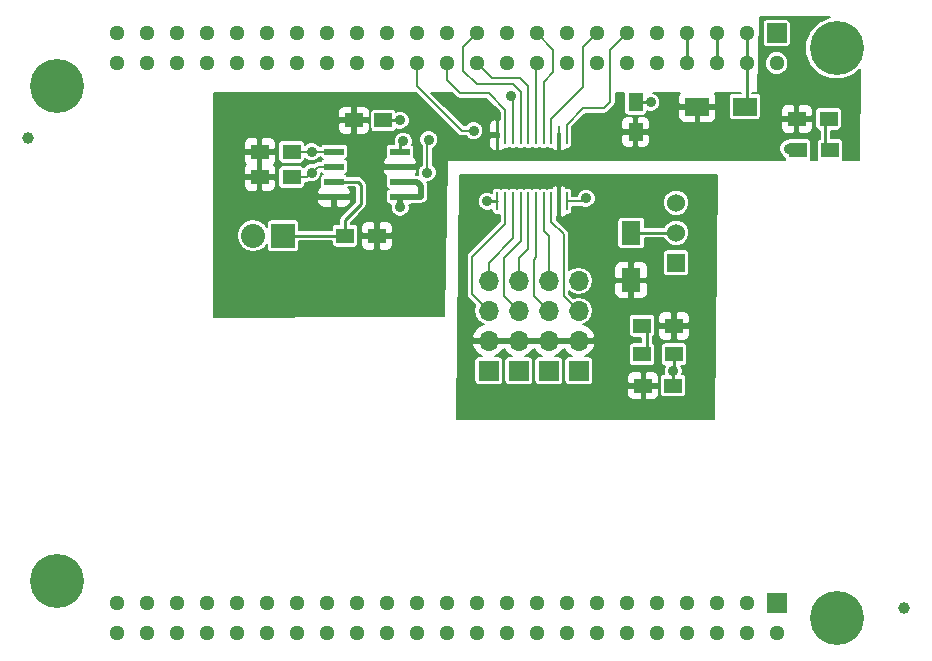
<source format=gbr>
G04 #@! TF.FileFunction,Copper,L1,Top,Signal*
%FSLAX46Y46*%
G04 Gerber Fmt 4.6, Leading zero omitted, Abs format (unit mm)*
G04 Created by KiCad (PCBNEW (after 2015-mar-04 BZR unknown)-product) date 6/8/2017 9:50:03 AM*
%MOMM*%
G01*
G04 APERTURE LIST*
%ADD10C,0.150000*%
%ADD11R,1.524000X1.524000*%
%ADD12C,1.524000*%
%ADD13C,1.000000*%
%ADD14R,1.651000X0.599440*%
%ADD15C,4.572000*%
%ADD16R,1.651000X1.651000*%
%ADD17C,1.300480*%
%ADD18R,2.032000X2.032000*%
%ADD19O,2.032000X2.032000*%
%ADD20R,1.500000X1.300000*%
%ADD21R,1.250000X1.500000*%
%ADD22R,1.500000X1.250000*%
%ADD23R,1.600000X2.000000*%
%ADD24R,2.000000X1.600000*%
%ADD25R,1.700000X1.700000*%
%ADD26O,1.700000X1.700000*%
%ADD27R,0.250000X1.550000*%
%ADD28C,0.889000*%
%ADD29C,0.508000*%
%ADD30C,0.254000*%
%ADD31C,0.203200*%
G04 APERTURE END LIST*
D10*
D11*
X58166000Y-21336000D03*
D12*
X58166000Y-18796000D03*
X58166000Y-16256000D03*
D13*
X77470000Y-50546000D03*
X3302000Y-10795000D03*
D14*
X29210000Y-15748000D03*
X34798000Y-15748000D03*
X29210000Y-14478000D03*
X29210000Y-13208000D03*
X29210000Y-11938000D03*
X34798000Y-14478000D03*
X34798000Y-13208000D03*
X34798000Y-11938000D03*
D15*
X5715000Y-6350000D03*
X71755000Y-3175000D03*
X71755000Y-51435000D03*
X5715000Y-48260000D03*
D16*
X66675000Y-1905000D03*
D17*
X66675000Y-4445000D03*
X64135000Y-1905000D03*
X64135000Y-4445000D03*
X61595000Y-1905000D03*
X61595000Y-4445000D03*
X59055000Y-1905000D03*
X59055000Y-4445000D03*
X56515000Y-1905000D03*
X56515000Y-4445000D03*
X53975000Y-1905000D03*
X53975000Y-4445000D03*
X51435000Y-1905000D03*
X51435000Y-4445000D03*
X48895000Y-1905000D03*
X48895000Y-4445000D03*
X46355000Y-1905000D03*
X46355000Y-4445000D03*
X43815000Y-1905000D03*
X43815000Y-4445000D03*
X41275000Y-1905000D03*
X41275000Y-4445000D03*
X38735000Y-1905000D03*
X38735000Y-4445000D03*
X36195000Y-1905000D03*
X36195000Y-4445000D03*
X33655000Y-1905000D03*
X33655000Y-4445000D03*
X31115000Y-1905000D03*
X31115000Y-4445000D03*
X28575000Y-1905000D03*
X28575000Y-4445000D03*
X26035000Y-1905000D03*
X26035000Y-4445000D03*
X23495000Y-1905000D03*
X23495000Y-4445000D03*
X20955000Y-1905000D03*
X20955000Y-4445000D03*
X18415000Y-1905000D03*
X18415000Y-4445000D03*
X15875000Y-1905000D03*
X15875000Y-4445000D03*
X13335000Y-1905000D03*
X13335000Y-4445000D03*
X10795000Y-1905000D03*
X10795000Y-4445000D03*
D16*
X66675000Y-50165000D03*
D17*
X66675000Y-52705000D03*
X64135000Y-50165000D03*
X64135000Y-52705000D03*
X61595000Y-50165000D03*
X61595000Y-52705000D03*
X59055000Y-50165000D03*
X59055000Y-52705000D03*
X56515000Y-50165000D03*
X56515000Y-52705000D03*
X53975000Y-50165000D03*
X53975000Y-52705000D03*
X51435000Y-50165000D03*
X51435000Y-52705000D03*
X48895000Y-50165000D03*
X48895000Y-52705000D03*
X46355000Y-50165000D03*
X46355000Y-52705000D03*
X43815000Y-50165000D03*
X43815000Y-52705000D03*
X41275000Y-50165000D03*
X41275000Y-52705000D03*
X38735000Y-50165000D03*
X38735000Y-52705000D03*
X36195000Y-50165000D03*
X36195000Y-52705000D03*
X33655000Y-50165000D03*
X33655000Y-52705000D03*
X31115000Y-50165000D03*
X31115000Y-52705000D03*
X28575000Y-50165000D03*
X28575000Y-52705000D03*
X26035000Y-50165000D03*
X26035000Y-52705000D03*
X23495000Y-50165000D03*
X23495000Y-52705000D03*
X20955000Y-50165000D03*
X20955000Y-52705000D03*
X18415000Y-50165000D03*
X18415000Y-52705000D03*
X15875000Y-50165000D03*
X15875000Y-52705000D03*
X13335000Y-50165000D03*
X13335000Y-52705000D03*
X10795000Y-50165000D03*
X10795000Y-52705000D03*
D18*
X24892000Y-19050000D03*
D19*
X22352000Y-19050000D03*
D20*
X68373000Y-9144000D03*
X71073000Y-9144000D03*
X57992000Y-26670000D03*
X55292000Y-26670000D03*
X32846000Y-19050000D03*
X30146000Y-19050000D03*
X22907000Y-14097000D03*
X25607000Y-14097000D03*
X22907000Y-11938000D03*
X25607000Y-11938000D03*
D21*
X54737000Y-10267000D03*
X54737000Y-7767000D03*
D22*
X30881000Y-9271000D03*
X33381000Y-9271000D03*
D20*
X71200000Y-11811000D03*
X68500000Y-11811000D03*
X55292000Y-29083000D03*
X57992000Y-29083000D03*
D23*
X54356000Y-22828000D03*
X54356000Y-18828000D03*
D24*
X59976000Y-8128000D03*
X63976000Y-8128000D03*
D22*
X55392000Y-31750000D03*
X57892000Y-31750000D03*
D25*
X49911000Y-30480000D03*
D26*
X49911000Y-27940000D03*
X49911000Y-25400000D03*
X49911000Y-22860000D03*
D25*
X47371000Y-30480000D03*
D26*
X47371000Y-27940000D03*
X47371000Y-25400000D03*
X47371000Y-22860000D03*
D25*
X44831000Y-30480000D03*
D26*
X44831000Y-27940000D03*
X44831000Y-25400000D03*
X44831000Y-22860000D03*
D25*
X42291000Y-30480000D03*
D26*
X42291000Y-27940000D03*
X42291000Y-25400000D03*
X42291000Y-22860000D03*
D27*
X43024000Y-16135000D03*
X43699000Y-16135000D03*
X44349000Y-16135000D03*
X44999000Y-16135000D03*
X45649000Y-16135000D03*
X46299000Y-16135000D03*
X46949000Y-16135000D03*
X47599000Y-16135000D03*
X48249000Y-16135000D03*
X48899000Y-16135000D03*
X48899000Y-10535000D03*
X48249000Y-10535000D03*
X47599000Y-10535000D03*
X46949000Y-10535000D03*
X46299000Y-10535000D03*
X45649000Y-10535000D03*
X44999000Y-10535000D03*
X44349000Y-10535000D03*
X43699000Y-10535000D03*
X43049000Y-10535000D03*
D28*
X34798000Y-16637000D03*
X67691000Y-11684000D03*
X57912000Y-30480000D03*
X34798000Y-9271000D03*
X35052000Y-11049000D03*
X42164000Y-16129000D03*
X56007000Y-7747000D03*
X41021000Y-10160000D03*
X44196000Y-7239000D03*
X27305000Y-13716000D03*
X37084000Y-13716000D03*
X37211000Y-10922000D03*
X27305000Y-11938000D03*
X50546000Y-15875000D03*
D29*
X34798000Y-14478000D02*
X36195000Y-14478000D01*
X36576000Y-15748000D02*
X34798000Y-15748000D01*
X36576000Y-14859000D02*
X36576000Y-15748000D01*
X36195000Y-14478000D02*
X36576000Y-14859000D01*
X34798000Y-15748000D02*
X34798000Y-16637000D01*
D30*
X68897500Y-11811000D02*
X67818000Y-11811000D01*
X67818000Y-11811000D02*
X67691000Y-11684000D01*
X57892000Y-30500000D02*
X57912000Y-30480000D01*
X57992000Y-30400000D02*
X57992000Y-29083000D01*
X57992000Y-30400000D02*
X57912000Y-30480000D01*
X57892000Y-31750000D02*
X57892000Y-30500000D01*
X33381000Y-9271000D02*
X34798000Y-9271000D01*
X34798000Y-11303000D02*
X35052000Y-11049000D01*
X34798000Y-11938000D02*
X34798000Y-11303000D01*
X42170000Y-16135000D02*
X42164000Y-16129000D01*
X43024000Y-16135000D02*
X42170000Y-16135000D01*
X55987000Y-7767000D02*
X56007000Y-7747000D01*
X54737000Y-7767000D02*
X55987000Y-7767000D01*
X61595000Y-1905000D02*
X61595000Y-4445000D01*
X64135000Y-4445000D02*
X64135000Y-1905000D01*
X64135000Y-7969000D02*
X63976000Y-8128000D01*
X64135000Y-4445000D02*
X64135000Y-7969000D01*
X59055000Y-4445000D02*
X59156600Y-4445000D01*
X59055000Y-1905000D02*
X59055000Y-4445000D01*
X70802500Y-11811000D02*
X70802500Y-9525000D01*
X55689500Y-26670000D02*
X55689500Y-29083000D01*
X54388000Y-18796000D02*
X54356000Y-18828000D01*
X58166000Y-18796000D02*
X54388000Y-18796000D01*
D31*
X48899000Y-10535000D02*
X48899000Y-9648000D01*
X52578000Y-3302000D02*
X53975000Y-1905000D01*
X52578000Y-7747000D02*
X52578000Y-3302000D01*
X52070000Y-8255000D02*
X52578000Y-7747000D01*
X50292000Y-8255000D02*
X52070000Y-8255000D01*
X48899000Y-9648000D02*
X50292000Y-8255000D01*
X47599000Y-10535000D02*
X47599000Y-9170000D01*
X50292000Y-3048000D02*
X51435000Y-1905000D01*
X50292000Y-6477000D02*
X50292000Y-3048000D01*
X47599000Y-9170000D02*
X50292000Y-6477000D01*
X46949000Y-10535000D02*
X46949000Y-6010000D01*
X47752000Y-3302000D02*
X46355000Y-1905000D01*
X47752000Y-5207000D02*
X47752000Y-3302000D01*
X46949000Y-6010000D02*
X47752000Y-5207000D01*
X46299000Y-10535000D02*
X46299000Y-4501000D01*
X46299000Y-4501000D02*
X46355000Y-4445000D01*
X40132000Y-3048000D02*
X41275000Y-1905000D01*
X40132000Y-5080000D02*
X40132000Y-3048000D01*
X44999000Y-6899000D02*
X44323000Y-6223000D01*
X44323000Y-6223000D02*
X41275000Y-6223000D01*
X41275000Y-6223000D02*
X40132000Y-5080000D01*
X44999000Y-10535000D02*
X44999000Y-6899000D01*
X45649000Y-6406000D02*
X44958000Y-5715000D01*
X44958000Y-5715000D02*
X42545000Y-5715000D01*
X42545000Y-5715000D02*
X41275000Y-4445000D01*
X45649000Y-10535000D02*
X45649000Y-6406000D01*
X43699000Y-10535000D02*
X43699000Y-9790000D01*
X39878000Y-6985000D02*
X38735000Y-5842000D01*
X38735000Y-5842000D02*
X38735000Y-4445000D01*
X43699000Y-8393000D02*
X42291000Y-6985000D01*
X42291000Y-6985000D02*
X39878000Y-6985000D01*
X43699000Y-10535000D02*
X43699000Y-8393000D01*
X40005000Y-10160000D02*
X41021000Y-10160000D01*
X36195000Y-6350000D02*
X40005000Y-10160000D01*
X36195000Y-4445000D02*
X36195000Y-6350000D01*
X44349000Y-7392000D02*
X44196000Y-7239000D01*
X44349000Y-10535000D02*
X44349000Y-7392000D01*
X27813000Y-13208000D02*
X29210000Y-13208000D01*
X27305000Y-13716000D02*
X27813000Y-13208000D01*
X37084000Y-11049000D02*
X37084000Y-13716000D01*
X37211000Y-10922000D02*
X37084000Y-11049000D01*
X26924000Y-14097000D02*
X27305000Y-13716000D01*
X25607000Y-14097000D02*
X26924000Y-14097000D01*
X27305000Y-11938000D02*
X29210000Y-11938000D01*
X27305000Y-11938000D02*
X25607000Y-11938000D01*
X47599000Y-17881000D02*
X48641000Y-18923000D01*
X48641000Y-18923000D02*
X48641000Y-24130000D01*
X48641000Y-24130000D02*
X49911000Y-25400000D01*
X47599000Y-16135000D02*
X47599000Y-17881000D01*
X50286000Y-16135000D02*
X50546000Y-15875000D01*
X48899000Y-16135000D02*
X50286000Y-16135000D01*
X46299000Y-20884000D02*
X46101000Y-21082000D01*
X46101000Y-21082000D02*
X46101000Y-24130000D01*
X46101000Y-24130000D02*
X47371000Y-25400000D01*
X46299000Y-16135000D02*
X46299000Y-20884000D01*
X46949000Y-18628000D02*
X47371000Y-19050000D01*
X47371000Y-19050000D02*
X47371000Y-22860000D01*
X46949000Y-16135000D02*
X46949000Y-18628000D01*
X44999000Y-19517000D02*
X43561000Y-20955000D01*
X43561000Y-20955000D02*
X43561000Y-24130000D01*
X43561000Y-24130000D02*
X44831000Y-25400000D01*
X44999000Y-16135000D02*
X44999000Y-19517000D01*
X45649000Y-20137000D02*
X44831000Y-20955000D01*
X44831000Y-20955000D02*
X44831000Y-22860000D01*
X45649000Y-16135000D02*
X45649000Y-20137000D01*
X43699000Y-18023000D02*
X40894000Y-20828000D01*
X40894000Y-20828000D02*
X40894000Y-24003000D01*
X40894000Y-24003000D02*
X42291000Y-25400000D01*
X43699000Y-16135000D02*
X43699000Y-18023000D01*
X44349000Y-19278000D02*
X42291000Y-21336000D01*
X42291000Y-21336000D02*
X42291000Y-22860000D01*
X44349000Y-16135000D02*
X44349000Y-19278000D01*
D30*
X24892000Y-19050000D02*
X30146000Y-19050000D01*
X31242000Y-14478000D02*
X31496000Y-14732000D01*
X31496000Y-14732000D02*
X31496000Y-16383000D01*
X31496000Y-16383000D02*
X30146000Y-17733000D01*
X30146000Y-17733000D02*
X30146000Y-19050000D01*
X29210000Y-14478000D02*
X31242000Y-14478000D01*
D31*
G36*
X61619153Y-13944600D02*
X61367631Y-34569400D01*
X59351600Y-34569400D01*
X59351600Y-27441257D01*
X59351600Y-27198743D01*
X59351600Y-26974800D01*
X59351600Y-26365200D01*
X59351600Y-26141257D01*
X59351600Y-25898743D01*
X59290567Y-25751395D01*
X59290567Y-22098000D01*
X59290567Y-20574000D01*
X59283793Y-20539087D01*
X59283793Y-18574671D01*
X59283793Y-16034671D01*
X59114008Y-15623758D01*
X58799896Y-15309097D01*
X58389280Y-15138594D01*
X57944671Y-15138207D01*
X57533758Y-15307992D01*
X57219097Y-15622104D01*
X57048594Y-16032720D01*
X57048207Y-16477329D01*
X57217992Y-16888242D01*
X57532104Y-17202903D01*
X57942720Y-17373406D01*
X58387329Y-17373793D01*
X58798242Y-17204008D01*
X59112903Y-16889896D01*
X59283406Y-16479280D01*
X59283793Y-16034671D01*
X59283793Y-18574671D01*
X59114008Y-18163758D01*
X58799896Y-17849097D01*
X58389280Y-17678594D01*
X57944671Y-17678207D01*
X57533758Y-17847992D01*
X57219097Y-18162104D01*
X57156273Y-18313400D01*
X55518567Y-18313400D01*
X55518567Y-17828000D01*
X55492259Y-17692411D01*
X55413977Y-17573241D01*
X55295799Y-17493469D01*
X55156000Y-17465433D01*
X53556000Y-17465433D01*
X53420411Y-17491741D01*
X53301241Y-17570023D01*
X53221469Y-17688201D01*
X53193433Y-17828000D01*
X53193433Y-19828000D01*
X53219741Y-19963589D01*
X53298023Y-20082759D01*
X53416201Y-20162531D01*
X53556000Y-20190567D01*
X55156000Y-20190567D01*
X55291589Y-20164259D01*
X55410759Y-20085977D01*
X55490531Y-19967799D01*
X55518567Y-19828000D01*
X55518567Y-19278600D01*
X57156161Y-19278600D01*
X57217992Y-19428242D01*
X57532104Y-19742903D01*
X57942720Y-19913406D01*
X58387329Y-19913793D01*
X58798242Y-19744008D01*
X59112903Y-19429896D01*
X59283406Y-19019280D01*
X59283793Y-18574671D01*
X59283793Y-20539087D01*
X59264259Y-20438411D01*
X59185977Y-20319241D01*
X59067799Y-20239469D01*
X58928000Y-20211433D01*
X57404000Y-20211433D01*
X57268411Y-20237741D01*
X57149241Y-20316023D01*
X57069469Y-20434201D01*
X57041433Y-20574000D01*
X57041433Y-22098000D01*
X57067741Y-22233589D01*
X57146023Y-22352759D01*
X57264201Y-22432531D01*
X57404000Y-22460567D01*
X58928000Y-22460567D01*
X59063589Y-22434259D01*
X59182759Y-22355977D01*
X59262531Y-22237799D01*
X59290567Y-22098000D01*
X59290567Y-25751395D01*
X59258794Y-25674689D01*
X59087311Y-25503206D01*
X58863257Y-25410400D01*
X58296800Y-25410400D01*
X58144400Y-25562800D01*
X58144400Y-26517600D01*
X59199200Y-26517600D01*
X59351600Y-26365200D01*
X59351600Y-26974800D01*
X59199200Y-26822400D01*
X58144400Y-26822400D01*
X58144400Y-27777200D01*
X58296800Y-27929600D01*
X58863257Y-27929600D01*
X59087311Y-27836794D01*
X59258794Y-27665311D01*
X59351600Y-27441257D01*
X59351600Y-34569400D01*
X59104567Y-34569400D01*
X59104567Y-29733000D01*
X59104567Y-28433000D01*
X59078259Y-28297411D01*
X58999977Y-28178241D01*
X58881799Y-28098469D01*
X58742000Y-28070433D01*
X57839600Y-28070433D01*
X57839600Y-27777200D01*
X57839600Y-26822400D01*
X57839600Y-26517600D01*
X57839600Y-25562800D01*
X57687200Y-25410400D01*
X57120743Y-25410400D01*
X56896689Y-25503206D01*
X56725206Y-25674689D01*
X56632400Y-25898743D01*
X56632400Y-26141257D01*
X56632400Y-26365200D01*
X56784800Y-26517600D01*
X57839600Y-26517600D01*
X57839600Y-26822400D01*
X56784800Y-26822400D01*
X56632400Y-26974800D01*
X56632400Y-27198743D01*
X56632400Y-27441257D01*
X56725206Y-27665311D01*
X56896689Y-27836794D01*
X57120743Y-27929600D01*
X57687200Y-27929600D01*
X57839600Y-27777200D01*
X57839600Y-28070433D01*
X57242000Y-28070433D01*
X57106411Y-28096741D01*
X56987241Y-28175023D01*
X56907469Y-28293201D01*
X56879433Y-28433000D01*
X56879433Y-29733000D01*
X56905741Y-29868589D01*
X56984023Y-29987759D01*
X57102201Y-30067531D01*
X57208116Y-30088771D01*
X57112039Y-30320152D01*
X57111761Y-30638452D01*
X57162989Y-30762433D01*
X57142000Y-30762433D01*
X57006411Y-30788741D01*
X56887241Y-30867023D01*
X56807469Y-30985201D01*
X56779433Y-31125000D01*
X56779433Y-32375000D01*
X56805741Y-32510589D01*
X56884023Y-32629759D01*
X57002201Y-32709531D01*
X57142000Y-32737567D01*
X58642000Y-32737567D01*
X58777589Y-32711259D01*
X58896759Y-32632977D01*
X58976531Y-32514799D01*
X59004567Y-32375000D01*
X59004567Y-31125000D01*
X58978259Y-30989411D01*
X58899977Y-30870241D01*
X58781799Y-30790469D01*
X58659593Y-30765961D01*
X58711961Y-30639848D01*
X58712239Y-30321548D01*
X58618864Y-30095567D01*
X58742000Y-30095567D01*
X58877589Y-30069259D01*
X58996759Y-29990977D01*
X59076531Y-29872799D01*
X59104567Y-29733000D01*
X59104567Y-34569400D01*
X56751600Y-34569400D01*
X56751600Y-32496257D01*
X56751600Y-32253743D01*
X56751600Y-32054800D01*
X56751600Y-31445200D01*
X56751600Y-31246257D01*
X56751600Y-31003743D01*
X56658794Y-30779689D01*
X56487311Y-30608206D01*
X56404567Y-30573932D01*
X56404567Y-29733000D01*
X56404567Y-28433000D01*
X56378259Y-28297411D01*
X56299977Y-28178241D01*
X56181799Y-28098469D01*
X56172100Y-28096523D01*
X56172100Y-27657324D01*
X56177589Y-27656259D01*
X56296759Y-27577977D01*
X56376531Y-27459799D01*
X56404567Y-27320000D01*
X56404567Y-26020000D01*
X56378259Y-25884411D01*
X56299977Y-25765241D01*
X56181799Y-25685469D01*
X56042000Y-25657433D01*
X55765600Y-25657433D01*
X55765600Y-23949257D01*
X55765600Y-23132800D01*
X55765600Y-22523200D01*
X55765600Y-21706743D01*
X55672794Y-21482689D01*
X55501311Y-21311206D01*
X55277257Y-21218400D01*
X55034743Y-21218400D01*
X54660800Y-21218400D01*
X54508400Y-21370800D01*
X54508400Y-22675600D01*
X55613200Y-22675600D01*
X55765600Y-22523200D01*
X55765600Y-23132800D01*
X55613200Y-22980400D01*
X54508400Y-22980400D01*
X54508400Y-24285200D01*
X54660800Y-24437600D01*
X55034743Y-24437600D01*
X55277257Y-24437600D01*
X55501311Y-24344794D01*
X55672794Y-24173311D01*
X55765600Y-23949257D01*
X55765600Y-25657433D01*
X54542000Y-25657433D01*
X54406411Y-25683741D01*
X54287241Y-25762023D01*
X54207469Y-25880201D01*
X54203600Y-25899493D01*
X54203600Y-24285200D01*
X54203600Y-22980400D01*
X54203600Y-22675600D01*
X54203600Y-21370800D01*
X54051200Y-21218400D01*
X53677257Y-21218400D01*
X53434743Y-21218400D01*
X53210689Y-21311206D01*
X53039206Y-21482689D01*
X52946400Y-21706743D01*
X52946400Y-22523200D01*
X53098800Y-22675600D01*
X54203600Y-22675600D01*
X54203600Y-22980400D01*
X53098800Y-22980400D01*
X52946400Y-23132800D01*
X52946400Y-23949257D01*
X53039206Y-24173311D01*
X53210689Y-24344794D01*
X53434743Y-24437600D01*
X53677257Y-24437600D01*
X54051200Y-24437600D01*
X54203600Y-24285200D01*
X54203600Y-25899493D01*
X54179433Y-26020000D01*
X54179433Y-27320000D01*
X54205741Y-27455589D01*
X54284023Y-27574759D01*
X54402201Y-27654531D01*
X54542000Y-27682567D01*
X55206900Y-27682567D01*
X55206900Y-28070433D01*
X54542000Y-28070433D01*
X54406411Y-28096741D01*
X54287241Y-28175023D01*
X54207469Y-28293201D01*
X54179433Y-28433000D01*
X54179433Y-29733000D01*
X54205741Y-29868589D01*
X54284023Y-29987759D01*
X54402201Y-30067531D01*
X54542000Y-30095567D01*
X56042000Y-30095567D01*
X56177589Y-30069259D01*
X56296759Y-29990977D01*
X56376531Y-29872799D01*
X56404567Y-29733000D01*
X56404567Y-30573932D01*
X56263257Y-30515400D01*
X55696800Y-30515400D01*
X55544400Y-30667800D01*
X55544400Y-31597600D01*
X56599200Y-31597600D01*
X56751600Y-31445200D01*
X56751600Y-32054800D01*
X56599200Y-31902400D01*
X55544400Y-31902400D01*
X55544400Y-32832200D01*
X55696800Y-32984600D01*
X56263257Y-32984600D01*
X56487311Y-32891794D01*
X56658794Y-32720311D01*
X56751600Y-32496257D01*
X56751600Y-34569400D01*
X55239600Y-34569400D01*
X55239600Y-32832200D01*
X55239600Y-31902400D01*
X55239600Y-31597600D01*
X55239600Y-30667800D01*
X55087200Y-30515400D01*
X54520743Y-30515400D01*
X54296689Y-30608206D01*
X54125206Y-30779689D01*
X54032400Y-31003743D01*
X54032400Y-31246257D01*
X54032400Y-31445200D01*
X54184800Y-31597600D01*
X55239600Y-31597600D01*
X55239600Y-31902400D01*
X54184800Y-31902400D01*
X54032400Y-32054800D01*
X54032400Y-32253743D01*
X54032400Y-32496257D01*
X54125206Y-32720311D01*
X54296689Y-32891794D01*
X54520743Y-32984600D01*
X55087200Y-32984600D01*
X55239600Y-32832200D01*
X55239600Y-34569400D01*
X51346239Y-34569400D01*
X51346239Y-15716548D01*
X51224687Y-15422372D01*
X50999812Y-15197104D01*
X50705848Y-15075039D01*
X50387548Y-15074761D01*
X50093372Y-15196313D01*
X49868104Y-15421188D01*
X49761548Y-15677800D01*
X49386567Y-15677800D01*
X49386567Y-15360000D01*
X49360259Y-15224411D01*
X49281977Y-15105241D01*
X49163799Y-15025469D01*
X49024000Y-14997433D01*
X48873538Y-14997433D01*
X48719311Y-14843206D01*
X48495257Y-14750400D01*
X48463900Y-14750400D01*
X48311500Y-14902800D01*
X48311500Y-15982600D01*
X48374000Y-15982600D01*
X48374000Y-16287400D01*
X48311500Y-16287400D01*
X48311500Y-17367200D01*
X48463900Y-17519600D01*
X48495257Y-17519600D01*
X48719311Y-17426794D01*
X48873538Y-17272567D01*
X49024000Y-17272567D01*
X49159589Y-17246259D01*
X49278759Y-17167977D01*
X49358531Y-17049799D01*
X49386567Y-16910000D01*
X49386567Y-16592200D01*
X50186842Y-16592200D01*
X50386152Y-16674961D01*
X50704452Y-16675239D01*
X50998628Y-16553687D01*
X51223896Y-16328812D01*
X51345961Y-16034848D01*
X51346239Y-15716548D01*
X51346239Y-34569400D01*
X51320910Y-34569400D01*
X51320910Y-28317607D01*
X51320910Y-27562393D01*
X51174975Y-27210046D01*
X50799419Y-26781908D01*
X50295991Y-26533718D01*
X50395982Y-26513829D01*
X50787107Y-26252488D01*
X51048448Y-25861363D01*
X51140219Y-25400000D01*
X51048448Y-24938637D01*
X50787107Y-24547512D01*
X50395982Y-24286171D01*
X49934619Y-24194400D01*
X49887381Y-24194400D01*
X49440807Y-24283229D01*
X49098200Y-23940622D01*
X49098200Y-23754788D01*
X49426018Y-23973829D01*
X49887381Y-24065600D01*
X49934619Y-24065600D01*
X50395982Y-23973829D01*
X50787107Y-23712488D01*
X51048448Y-23321363D01*
X51140219Y-22860000D01*
X51048448Y-22398637D01*
X50787107Y-22007512D01*
X50395982Y-21746171D01*
X49934619Y-21654400D01*
X49887381Y-21654400D01*
X49426018Y-21746171D01*
X49098200Y-21965211D01*
X49098200Y-18923000D01*
X49063398Y-18748037D01*
X48964290Y-18599711D01*
X48056200Y-17691621D01*
X48056200Y-17497500D01*
X48186500Y-17367200D01*
X48186500Y-16287400D01*
X48124000Y-16287400D01*
X48124000Y-15982600D01*
X48186500Y-15982600D01*
X48186500Y-14902800D01*
X48034100Y-14750400D01*
X48002743Y-14750400D01*
X47778689Y-14843206D01*
X47624462Y-14997433D01*
X47474000Y-14997433D01*
X47338411Y-15023741D01*
X47273959Y-15066078D01*
X47213799Y-15025469D01*
X47074000Y-14997433D01*
X46824000Y-14997433D01*
X46688411Y-15023741D01*
X46623959Y-15066078D01*
X46563799Y-15025469D01*
X46424000Y-14997433D01*
X46174000Y-14997433D01*
X46038411Y-15023741D01*
X45973959Y-15066078D01*
X45913799Y-15025469D01*
X45774000Y-14997433D01*
X45524000Y-14997433D01*
X45388411Y-15023741D01*
X45323959Y-15066078D01*
X45263799Y-15025469D01*
X45124000Y-14997433D01*
X44874000Y-14997433D01*
X44738411Y-15023741D01*
X44673959Y-15066078D01*
X44613799Y-15025469D01*
X44474000Y-14997433D01*
X44224000Y-14997433D01*
X44088411Y-15023741D01*
X44023959Y-15066078D01*
X43963799Y-15025469D01*
X43824000Y-14997433D01*
X43574000Y-14997433D01*
X43438411Y-15023741D01*
X43361289Y-15074401D01*
X43288799Y-15025469D01*
X43149000Y-14997433D01*
X42899000Y-14997433D01*
X42763411Y-15023741D01*
X42644241Y-15102023D01*
X42564469Y-15220201D01*
X42536433Y-15360000D01*
X42536433Y-15417312D01*
X42323848Y-15329039D01*
X42005548Y-15328761D01*
X41711372Y-15450313D01*
X41486104Y-15675188D01*
X41364039Y-15969152D01*
X41363761Y-16287452D01*
X41485313Y-16581628D01*
X41710188Y-16806896D01*
X42004152Y-16928961D01*
X42322452Y-16929239D01*
X42536433Y-16840823D01*
X42536433Y-16910000D01*
X42562741Y-17045589D01*
X42641023Y-17164759D01*
X42759201Y-17244531D01*
X42899000Y-17272567D01*
X43149000Y-17272567D01*
X43241800Y-17254561D01*
X43241800Y-17833622D01*
X40570711Y-20504711D01*
X40471602Y-20653037D01*
X40436800Y-20828000D01*
X40436800Y-24003000D01*
X40471602Y-24177963D01*
X40570711Y-24326289D01*
X41165370Y-24920948D01*
X41153552Y-24938637D01*
X41061781Y-25400000D01*
X41153552Y-25861363D01*
X41414893Y-26252488D01*
X41806018Y-26513829D01*
X41906008Y-26533718D01*
X41402581Y-26781908D01*
X41027025Y-27210046D01*
X40881090Y-27562393D01*
X40992714Y-27787600D01*
X42138600Y-27787600D01*
X42138600Y-27767600D01*
X42443400Y-27767600D01*
X42443400Y-27787600D01*
X43532714Y-27787600D01*
X43589286Y-27787600D01*
X44678600Y-27787600D01*
X44678600Y-27767600D01*
X44983400Y-27767600D01*
X44983400Y-27787600D01*
X46072714Y-27787600D01*
X46129286Y-27787600D01*
X47218600Y-27787600D01*
X47218600Y-27767600D01*
X47523400Y-27767600D01*
X47523400Y-27787600D01*
X48612714Y-27787600D01*
X48669286Y-27787600D01*
X49758600Y-27787600D01*
X49758600Y-27767600D01*
X50063400Y-27767600D01*
X50063400Y-27787600D01*
X51209286Y-27787600D01*
X51320910Y-27562393D01*
X51320910Y-28317607D01*
X51209286Y-28092400D01*
X50063400Y-28092400D01*
X50063400Y-28112400D01*
X49758600Y-28112400D01*
X49758600Y-28092400D01*
X48669286Y-28092400D01*
X48612714Y-28092400D01*
X47523400Y-28092400D01*
X47523400Y-28112400D01*
X47218600Y-28112400D01*
X47218600Y-28092400D01*
X46129286Y-28092400D01*
X46072714Y-28092400D01*
X44983400Y-28092400D01*
X44983400Y-28112400D01*
X44678600Y-28112400D01*
X44678600Y-28092400D01*
X43589286Y-28092400D01*
X43532714Y-28092400D01*
X42443400Y-28092400D01*
X42443400Y-28112400D01*
X42138600Y-28112400D01*
X42138600Y-28092400D01*
X40992714Y-28092400D01*
X40881090Y-28317607D01*
X41027025Y-28669954D01*
X41402581Y-29098092D01*
X41746072Y-29267433D01*
X41441000Y-29267433D01*
X41305411Y-29293741D01*
X41186241Y-29372023D01*
X41106469Y-29490201D01*
X41078433Y-29630000D01*
X41078433Y-31330000D01*
X41104741Y-31465589D01*
X41183023Y-31584759D01*
X41301201Y-31664531D01*
X41441000Y-31692567D01*
X43141000Y-31692567D01*
X43276589Y-31666259D01*
X43395759Y-31587977D01*
X43475531Y-31469799D01*
X43503567Y-31330000D01*
X43503567Y-29630000D01*
X43477259Y-29494411D01*
X43398977Y-29375241D01*
X43280799Y-29295469D01*
X43141000Y-29267433D01*
X42835927Y-29267433D01*
X43179419Y-29098092D01*
X43554975Y-28669954D01*
X43561000Y-28655407D01*
X43567025Y-28669954D01*
X43942581Y-29098092D01*
X44286072Y-29267433D01*
X43981000Y-29267433D01*
X43845411Y-29293741D01*
X43726241Y-29372023D01*
X43646469Y-29490201D01*
X43618433Y-29630000D01*
X43618433Y-31330000D01*
X43644741Y-31465589D01*
X43723023Y-31584759D01*
X43841201Y-31664531D01*
X43981000Y-31692567D01*
X45681000Y-31692567D01*
X45816589Y-31666259D01*
X45935759Y-31587977D01*
X46015531Y-31469799D01*
X46043567Y-31330000D01*
X46043567Y-29630000D01*
X46017259Y-29494411D01*
X45938977Y-29375241D01*
X45820799Y-29295469D01*
X45681000Y-29267433D01*
X45375927Y-29267433D01*
X45719419Y-29098092D01*
X46094975Y-28669954D01*
X46101000Y-28655407D01*
X46107025Y-28669954D01*
X46482581Y-29098092D01*
X46826072Y-29267433D01*
X46521000Y-29267433D01*
X46385411Y-29293741D01*
X46266241Y-29372023D01*
X46186469Y-29490201D01*
X46158433Y-29630000D01*
X46158433Y-31330000D01*
X46184741Y-31465589D01*
X46263023Y-31584759D01*
X46381201Y-31664531D01*
X46521000Y-31692567D01*
X48221000Y-31692567D01*
X48356589Y-31666259D01*
X48475759Y-31587977D01*
X48555531Y-31469799D01*
X48583567Y-31330000D01*
X48583567Y-29630000D01*
X48557259Y-29494411D01*
X48478977Y-29375241D01*
X48360799Y-29295469D01*
X48221000Y-29267433D01*
X47915927Y-29267433D01*
X48259419Y-29098092D01*
X48634975Y-28669954D01*
X48641000Y-28655407D01*
X48647025Y-28669954D01*
X49022581Y-29098092D01*
X49366072Y-29267433D01*
X49061000Y-29267433D01*
X48925411Y-29293741D01*
X48806241Y-29372023D01*
X48726469Y-29490201D01*
X48698433Y-29630000D01*
X48698433Y-31330000D01*
X48724741Y-31465589D01*
X48803023Y-31584759D01*
X48921201Y-31664531D01*
X49061000Y-31692567D01*
X50761000Y-31692567D01*
X50896589Y-31666259D01*
X51015759Y-31587977D01*
X51095531Y-31469799D01*
X51123567Y-31330000D01*
X51123567Y-29630000D01*
X51097259Y-29494411D01*
X51018977Y-29375241D01*
X50900799Y-29295469D01*
X50761000Y-29267433D01*
X50455927Y-29267433D01*
X50799419Y-29098092D01*
X51174975Y-28669954D01*
X51320910Y-28317607D01*
X51320910Y-34569400D01*
X39599847Y-34569400D01*
X39851369Y-13944600D01*
X61619153Y-13944600D01*
X61619153Y-13944600D01*
G37*
X61619153Y-13944600D02*
X61367631Y-34569400D01*
X59351600Y-34569400D01*
X59351600Y-27441257D01*
X59351600Y-27198743D01*
X59351600Y-26974800D01*
X59351600Y-26365200D01*
X59351600Y-26141257D01*
X59351600Y-25898743D01*
X59290567Y-25751395D01*
X59290567Y-22098000D01*
X59290567Y-20574000D01*
X59283793Y-20539087D01*
X59283793Y-18574671D01*
X59283793Y-16034671D01*
X59114008Y-15623758D01*
X58799896Y-15309097D01*
X58389280Y-15138594D01*
X57944671Y-15138207D01*
X57533758Y-15307992D01*
X57219097Y-15622104D01*
X57048594Y-16032720D01*
X57048207Y-16477329D01*
X57217992Y-16888242D01*
X57532104Y-17202903D01*
X57942720Y-17373406D01*
X58387329Y-17373793D01*
X58798242Y-17204008D01*
X59112903Y-16889896D01*
X59283406Y-16479280D01*
X59283793Y-16034671D01*
X59283793Y-18574671D01*
X59114008Y-18163758D01*
X58799896Y-17849097D01*
X58389280Y-17678594D01*
X57944671Y-17678207D01*
X57533758Y-17847992D01*
X57219097Y-18162104D01*
X57156273Y-18313400D01*
X55518567Y-18313400D01*
X55518567Y-17828000D01*
X55492259Y-17692411D01*
X55413977Y-17573241D01*
X55295799Y-17493469D01*
X55156000Y-17465433D01*
X53556000Y-17465433D01*
X53420411Y-17491741D01*
X53301241Y-17570023D01*
X53221469Y-17688201D01*
X53193433Y-17828000D01*
X53193433Y-19828000D01*
X53219741Y-19963589D01*
X53298023Y-20082759D01*
X53416201Y-20162531D01*
X53556000Y-20190567D01*
X55156000Y-20190567D01*
X55291589Y-20164259D01*
X55410759Y-20085977D01*
X55490531Y-19967799D01*
X55518567Y-19828000D01*
X55518567Y-19278600D01*
X57156161Y-19278600D01*
X57217992Y-19428242D01*
X57532104Y-19742903D01*
X57942720Y-19913406D01*
X58387329Y-19913793D01*
X58798242Y-19744008D01*
X59112903Y-19429896D01*
X59283406Y-19019280D01*
X59283793Y-18574671D01*
X59283793Y-20539087D01*
X59264259Y-20438411D01*
X59185977Y-20319241D01*
X59067799Y-20239469D01*
X58928000Y-20211433D01*
X57404000Y-20211433D01*
X57268411Y-20237741D01*
X57149241Y-20316023D01*
X57069469Y-20434201D01*
X57041433Y-20574000D01*
X57041433Y-22098000D01*
X57067741Y-22233589D01*
X57146023Y-22352759D01*
X57264201Y-22432531D01*
X57404000Y-22460567D01*
X58928000Y-22460567D01*
X59063589Y-22434259D01*
X59182759Y-22355977D01*
X59262531Y-22237799D01*
X59290567Y-22098000D01*
X59290567Y-25751395D01*
X59258794Y-25674689D01*
X59087311Y-25503206D01*
X58863257Y-25410400D01*
X58296800Y-25410400D01*
X58144400Y-25562800D01*
X58144400Y-26517600D01*
X59199200Y-26517600D01*
X59351600Y-26365200D01*
X59351600Y-26974800D01*
X59199200Y-26822400D01*
X58144400Y-26822400D01*
X58144400Y-27777200D01*
X58296800Y-27929600D01*
X58863257Y-27929600D01*
X59087311Y-27836794D01*
X59258794Y-27665311D01*
X59351600Y-27441257D01*
X59351600Y-34569400D01*
X59104567Y-34569400D01*
X59104567Y-29733000D01*
X59104567Y-28433000D01*
X59078259Y-28297411D01*
X58999977Y-28178241D01*
X58881799Y-28098469D01*
X58742000Y-28070433D01*
X57839600Y-28070433D01*
X57839600Y-27777200D01*
X57839600Y-26822400D01*
X57839600Y-26517600D01*
X57839600Y-25562800D01*
X57687200Y-25410400D01*
X57120743Y-25410400D01*
X56896689Y-25503206D01*
X56725206Y-25674689D01*
X56632400Y-25898743D01*
X56632400Y-26141257D01*
X56632400Y-26365200D01*
X56784800Y-26517600D01*
X57839600Y-26517600D01*
X57839600Y-26822400D01*
X56784800Y-26822400D01*
X56632400Y-26974800D01*
X56632400Y-27198743D01*
X56632400Y-27441257D01*
X56725206Y-27665311D01*
X56896689Y-27836794D01*
X57120743Y-27929600D01*
X57687200Y-27929600D01*
X57839600Y-27777200D01*
X57839600Y-28070433D01*
X57242000Y-28070433D01*
X57106411Y-28096741D01*
X56987241Y-28175023D01*
X56907469Y-28293201D01*
X56879433Y-28433000D01*
X56879433Y-29733000D01*
X56905741Y-29868589D01*
X56984023Y-29987759D01*
X57102201Y-30067531D01*
X57208116Y-30088771D01*
X57112039Y-30320152D01*
X57111761Y-30638452D01*
X57162989Y-30762433D01*
X57142000Y-30762433D01*
X57006411Y-30788741D01*
X56887241Y-30867023D01*
X56807469Y-30985201D01*
X56779433Y-31125000D01*
X56779433Y-32375000D01*
X56805741Y-32510589D01*
X56884023Y-32629759D01*
X57002201Y-32709531D01*
X57142000Y-32737567D01*
X58642000Y-32737567D01*
X58777589Y-32711259D01*
X58896759Y-32632977D01*
X58976531Y-32514799D01*
X59004567Y-32375000D01*
X59004567Y-31125000D01*
X58978259Y-30989411D01*
X58899977Y-30870241D01*
X58781799Y-30790469D01*
X58659593Y-30765961D01*
X58711961Y-30639848D01*
X58712239Y-30321548D01*
X58618864Y-30095567D01*
X58742000Y-30095567D01*
X58877589Y-30069259D01*
X58996759Y-29990977D01*
X59076531Y-29872799D01*
X59104567Y-29733000D01*
X59104567Y-34569400D01*
X56751600Y-34569400D01*
X56751600Y-32496257D01*
X56751600Y-32253743D01*
X56751600Y-32054800D01*
X56751600Y-31445200D01*
X56751600Y-31246257D01*
X56751600Y-31003743D01*
X56658794Y-30779689D01*
X56487311Y-30608206D01*
X56404567Y-30573932D01*
X56404567Y-29733000D01*
X56404567Y-28433000D01*
X56378259Y-28297411D01*
X56299977Y-28178241D01*
X56181799Y-28098469D01*
X56172100Y-28096523D01*
X56172100Y-27657324D01*
X56177589Y-27656259D01*
X56296759Y-27577977D01*
X56376531Y-27459799D01*
X56404567Y-27320000D01*
X56404567Y-26020000D01*
X56378259Y-25884411D01*
X56299977Y-25765241D01*
X56181799Y-25685469D01*
X56042000Y-25657433D01*
X55765600Y-25657433D01*
X55765600Y-23949257D01*
X55765600Y-23132800D01*
X55765600Y-22523200D01*
X55765600Y-21706743D01*
X55672794Y-21482689D01*
X55501311Y-21311206D01*
X55277257Y-21218400D01*
X55034743Y-21218400D01*
X54660800Y-21218400D01*
X54508400Y-21370800D01*
X54508400Y-22675600D01*
X55613200Y-22675600D01*
X55765600Y-22523200D01*
X55765600Y-23132800D01*
X55613200Y-22980400D01*
X54508400Y-22980400D01*
X54508400Y-24285200D01*
X54660800Y-24437600D01*
X55034743Y-24437600D01*
X55277257Y-24437600D01*
X55501311Y-24344794D01*
X55672794Y-24173311D01*
X55765600Y-23949257D01*
X55765600Y-25657433D01*
X54542000Y-25657433D01*
X54406411Y-25683741D01*
X54287241Y-25762023D01*
X54207469Y-25880201D01*
X54203600Y-25899493D01*
X54203600Y-24285200D01*
X54203600Y-22980400D01*
X54203600Y-22675600D01*
X54203600Y-21370800D01*
X54051200Y-21218400D01*
X53677257Y-21218400D01*
X53434743Y-21218400D01*
X53210689Y-21311206D01*
X53039206Y-21482689D01*
X52946400Y-21706743D01*
X52946400Y-22523200D01*
X53098800Y-22675600D01*
X54203600Y-22675600D01*
X54203600Y-22980400D01*
X53098800Y-22980400D01*
X52946400Y-23132800D01*
X52946400Y-23949257D01*
X53039206Y-24173311D01*
X53210689Y-24344794D01*
X53434743Y-24437600D01*
X53677257Y-24437600D01*
X54051200Y-24437600D01*
X54203600Y-24285200D01*
X54203600Y-25899493D01*
X54179433Y-26020000D01*
X54179433Y-27320000D01*
X54205741Y-27455589D01*
X54284023Y-27574759D01*
X54402201Y-27654531D01*
X54542000Y-27682567D01*
X55206900Y-27682567D01*
X55206900Y-28070433D01*
X54542000Y-28070433D01*
X54406411Y-28096741D01*
X54287241Y-28175023D01*
X54207469Y-28293201D01*
X54179433Y-28433000D01*
X54179433Y-29733000D01*
X54205741Y-29868589D01*
X54284023Y-29987759D01*
X54402201Y-30067531D01*
X54542000Y-30095567D01*
X56042000Y-30095567D01*
X56177589Y-30069259D01*
X56296759Y-29990977D01*
X56376531Y-29872799D01*
X56404567Y-29733000D01*
X56404567Y-30573932D01*
X56263257Y-30515400D01*
X55696800Y-30515400D01*
X55544400Y-30667800D01*
X55544400Y-31597600D01*
X56599200Y-31597600D01*
X56751600Y-31445200D01*
X56751600Y-32054800D01*
X56599200Y-31902400D01*
X55544400Y-31902400D01*
X55544400Y-32832200D01*
X55696800Y-32984600D01*
X56263257Y-32984600D01*
X56487311Y-32891794D01*
X56658794Y-32720311D01*
X56751600Y-32496257D01*
X56751600Y-34569400D01*
X55239600Y-34569400D01*
X55239600Y-32832200D01*
X55239600Y-31902400D01*
X55239600Y-31597600D01*
X55239600Y-30667800D01*
X55087200Y-30515400D01*
X54520743Y-30515400D01*
X54296689Y-30608206D01*
X54125206Y-30779689D01*
X54032400Y-31003743D01*
X54032400Y-31246257D01*
X54032400Y-31445200D01*
X54184800Y-31597600D01*
X55239600Y-31597600D01*
X55239600Y-31902400D01*
X54184800Y-31902400D01*
X54032400Y-32054800D01*
X54032400Y-32253743D01*
X54032400Y-32496257D01*
X54125206Y-32720311D01*
X54296689Y-32891794D01*
X54520743Y-32984600D01*
X55087200Y-32984600D01*
X55239600Y-32832200D01*
X55239600Y-34569400D01*
X51346239Y-34569400D01*
X51346239Y-15716548D01*
X51224687Y-15422372D01*
X50999812Y-15197104D01*
X50705848Y-15075039D01*
X50387548Y-15074761D01*
X50093372Y-15196313D01*
X49868104Y-15421188D01*
X49761548Y-15677800D01*
X49386567Y-15677800D01*
X49386567Y-15360000D01*
X49360259Y-15224411D01*
X49281977Y-15105241D01*
X49163799Y-15025469D01*
X49024000Y-14997433D01*
X48873538Y-14997433D01*
X48719311Y-14843206D01*
X48495257Y-14750400D01*
X48463900Y-14750400D01*
X48311500Y-14902800D01*
X48311500Y-15982600D01*
X48374000Y-15982600D01*
X48374000Y-16287400D01*
X48311500Y-16287400D01*
X48311500Y-17367200D01*
X48463900Y-17519600D01*
X48495257Y-17519600D01*
X48719311Y-17426794D01*
X48873538Y-17272567D01*
X49024000Y-17272567D01*
X49159589Y-17246259D01*
X49278759Y-17167977D01*
X49358531Y-17049799D01*
X49386567Y-16910000D01*
X49386567Y-16592200D01*
X50186842Y-16592200D01*
X50386152Y-16674961D01*
X50704452Y-16675239D01*
X50998628Y-16553687D01*
X51223896Y-16328812D01*
X51345961Y-16034848D01*
X51346239Y-15716548D01*
X51346239Y-34569400D01*
X51320910Y-34569400D01*
X51320910Y-28317607D01*
X51320910Y-27562393D01*
X51174975Y-27210046D01*
X50799419Y-26781908D01*
X50295991Y-26533718D01*
X50395982Y-26513829D01*
X50787107Y-26252488D01*
X51048448Y-25861363D01*
X51140219Y-25400000D01*
X51048448Y-24938637D01*
X50787107Y-24547512D01*
X50395982Y-24286171D01*
X49934619Y-24194400D01*
X49887381Y-24194400D01*
X49440807Y-24283229D01*
X49098200Y-23940622D01*
X49098200Y-23754788D01*
X49426018Y-23973829D01*
X49887381Y-24065600D01*
X49934619Y-24065600D01*
X50395982Y-23973829D01*
X50787107Y-23712488D01*
X51048448Y-23321363D01*
X51140219Y-22860000D01*
X51048448Y-22398637D01*
X50787107Y-22007512D01*
X50395982Y-21746171D01*
X49934619Y-21654400D01*
X49887381Y-21654400D01*
X49426018Y-21746171D01*
X49098200Y-21965211D01*
X49098200Y-18923000D01*
X49063398Y-18748037D01*
X48964290Y-18599711D01*
X48056200Y-17691621D01*
X48056200Y-17497500D01*
X48186500Y-17367200D01*
X48186500Y-16287400D01*
X48124000Y-16287400D01*
X48124000Y-15982600D01*
X48186500Y-15982600D01*
X48186500Y-14902800D01*
X48034100Y-14750400D01*
X48002743Y-14750400D01*
X47778689Y-14843206D01*
X47624462Y-14997433D01*
X47474000Y-14997433D01*
X47338411Y-15023741D01*
X47273959Y-15066078D01*
X47213799Y-15025469D01*
X47074000Y-14997433D01*
X46824000Y-14997433D01*
X46688411Y-15023741D01*
X46623959Y-15066078D01*
X46563799Y-15025469D01*
X46424000Y-14997433D01*
X46174000Y-14997433D01*
X46038411Y-15023741D01*
X45973959Y-15066078D01*
X45913799Y-15025469D01*
X45774000Y-14997433D01*
X45524000Y-14997433D01*
X45388411Y-15023741D01*
X45323959Y-15066078D01*
X45263799Y-15025469D01*
X45124000Y-14997433D01*
X44874000Y-14997433D01*
X44738411Y-15023741D01*
X44673959Y-15066078D01*
X44613799Y-15025469D01*
X44474000Y-14997433D01*
X44224000Y-14997433D01*
X44088411Y-15023741D01*
X44023959Y-15066078D01*
X43963799Y-15025469D01*
X43824000Y-14997433D01*
X43574000Y-14997433D01*
X43438411Y-15023741D01*
X43361289Y-15074401D01*
X43288799Y-15025469D01*
X43149000Y-14997433D01*
X42899000Y-14997433D01*
X42763411Y-15023741D01*
X42644241Y-15102023D01*
X42564469Y-15220201D01*
X42536433Y-15360000D01*
X42536433Y-15417312D01*
X42323848Y-15329039D01*
X42005548Y-15328761D01*
X41711372Y-15450313D01*
X41486104Y-15675188D01*
X41364039Y-15969152D01*
X41363761Y-16287452D01*
X41485313Y-16581628D01*
X41710188Y-16806896D01*
X42004152Y-16928961D01*
X42322452Y-16929239D01*
X42536433Y-16840823D01*
X42536433Y-16910000D01*
X42562741Y-17045589D01*
X42641023Y-17164759D01*
X42759201Y-17244531D01*
X42899000Y-17272567D01*
X43149000Y-17272567D01*
X43241800Y-17254561D01*
X43241800Y-17833622D01*
X40570711Y-20504711D01*
X40471602Y-20653037D01*
X40436800Y-20828000D01*
X40436800Y-24003000D01*
X40471602Y-24177963D01*
X40570711Y-24326289D01*
X41165370Y-24920948D01*
X41153552Y-24938637D01*
X41061781Y-25400000D01*
X41153552Y-25861363D01*
X41414893Y-26252488D01*
X41806018Y-26513829D01*
X41906008Y-26533718D01*
X41402581Y-26781908D01*
X41027025Y-27210046D01*
X40881090Y-27562393D01*
X40992714Y-27787600D01*
X42138600Y-27787600D01*
X42138600Y-27767600D01*
X42443400Y-27767600D01*
X42443400Y-27787600D01*
X43532714Y-27787600D01*
X43589286Y-27787600D01*
X44678600Y-27787600D01*
X44678600Y-27767600D01*
X44983400Y-27767600D01*
X44983400Y-27787600D01*
X46072714Y-27787600D01*
X46129286Y-27787600D01*
X47218600Y-27787600D01*
X47218600Y-27767600D01*
X47523400Y-27767600D01*
X47523400Y-27787600D01*
X48612714Y-27787600D01*
X48669286Y-27787600D01*
X49758600Y-27787600D01*
X49758600Y-27767600D01*
X50063400Y-27767600D01*
X50063400Y-27787600D01*
X51209286Y-27787600D01*
X51320910Y-27562393D01*
X51320910Y-28317607D01*
X51209286Y-28092400D01*
X50063400Y-28092400D01*
X50063400Y-28112400D01*
X49758600Y-28112400D01*
X49758600Y-28092400D01*
X48669286Y-28092400D01*
X48612714Y-28092400D01*
X47523400Y-28092400D01*
X47523400Y-28112400D01*
X47218600Y-28112400D01*
X47218600Y-28092400D01*
X46129286Y-28092400D01*
X46072714Y-28092400D01*
X44983400Y-28092400D01*
X44983400Y-28112400D01*
X44678600Y-28112400D01*
X44678600Y-28092400D01*
X43589286Y-28092400D01*
X43532714Y-28092400D01*
X42443400Y-28092400D01*
X42443400Y-28112400D01*
X42138600Y-28112400D01*
X42138600Y-28092400D01*
X40992714Y-28092400D01*
X40881090Y-28317607D01*
X41027025Y-28669954D01*
X41402581Y-29098092D01*
X41746072Y-29267433D01*
X41441000Y-29267433D01*
X41305411Y-29293741D01*
X41186241Y-29372023D01*
X41106469Y-29490201D01*
X41078433Y-29630000D01*
X41078433Y-31330000D01*
X41104741Y-31465589D01*
X41183023Y-31584759D01*
X41301201Y-31664531D01*
X41441000Y-31692567D01*
X43141000Y-31692567D01*
X43276589Y-31666259D01*
X43395759Y-31587977D01*
X43475531Y-31469799D01*
X43503567Y-31330000D01*
X43503567Y-29630000D01*
X43477259Y-29494411D01*
X43398977Y-29375241D01*
X43280799Y-29295469D01*
X43141000Y-29267433D01*
X42835927Y-29267433D01*
X43179419Y-29098092D01*
X43554975Y-28669954D01*
X43561000Y-28655407D01*
X43567025Y-28669954D01*
X43942581Y-29098092D01*
X44286072Y-29267433D01*
X43981000Y-29267433D01*
X43845411Y-29293741D01*
X43726241Y-29372023D01*
X43646469Y-29490201D01*
X43618433Y-29630000D01*
X43618433Y-31330000D01*
X43644741Y-31465589D01*
X43723023Y-31584759D01*
X43841201Y-31664531D01*
X43981000Y-31692567D01*
X45681000Y-31692567D01*
X45816589Y-31666259D01*
X45935759Y-31587977D01*
X46015531Y-31469799D01*
X46043567Y-31330000D01*
X46043567Y-29630000D01*
X46017259Y-29494411D01*
X45938977Y-29375241D01*
X45820799Y-29295469D01*
X45681000Y-29267433D01*
X45375927Y-29267433D01*
X45719419Y-29098092D01*
X46094975Y-28669954D01*
X46101000Y-28655407D01*
X46107025Y-28669954D01*
X46482581Y-29098092D01*
X46826072Y-29267433D01*
X46521000Y-29267433D01*
X46385411Y-29293741D01*
X46266241Y-29372023D01*
X46186469Y-29490201D01*
X46158433Y-29630000D01*
X46158433Y-31330000D01*
X46184741Y-31465589D01*
X46263023Y-31584759D01*
X46381201Y-31664531D01*
X46521000Y-31692567D01*
X48221000Y-31692567D01*
X48356589Y-31666259D01*
X48475759Y-31587977D01*
X48555531Y-31469799D01*
X48583567Y-31330000D01*
X48583567Y-29630000D01*
X48557259Y-29494411D01*
X48478977Y-29375241D01*
X48360799Y-29295469D01*
X48221000Y-29267433D01*
X47915927Y-29267433D01*
X48259419Y-29098092D01*
X48634975Y-28669954D01*
X48641000Y-28655407D01*
X48647025Y-28669954D01*
X49022581Y-29098092D01*
X49366072Y-29267433D01*
X49061000Y-29267433D01*
X48925411Y-29293741D01*
X48806241Y-29372023D01*
X48726469Y-29490201D01*
X48698433Y-29630000D01*
X48698433Y-31330000D01*
X48724741Y-31465589D01*
X48803023Y-31584759D01*
X48921201Y-31664531D01*
X49061000Y-31692567D01*
X50761000Y-31692567D01*
X50896589Y-31666259D01*
X51015759Y-31587977D01*
X51095531Y-31469799D01*
X51123567Y-31330000D01*
X51123567Y-29630000D01*
X51097259Y-29494411D01*
X51018977Y-29375241D01*
X50900799Y-29295469D01*
X50761000Y-29267433D01*
X50455927Y-29267433D01*
X50799419Y-29098092D01*
X51174975Y-28669954D01*
X51320910Y-28317607D01*
X51320910Y-34569400D01*
X39599847Y-34569400D01*
X39851369Y-13944600D01*
X61619153Y-13944600D01*
G36*
X73764164Y-4901870D02*
X73686421Y-12598400D01*
X72285012Y-12598400D01*
X72312567Y-12461000D01*
X72312567Y-11161000D01*
X72286259Y-11025411D01*
X72207977Y-10906241D01*
X72089799Y-10826469D01*
X71950000Y-10798433D01*
X71285100Y-10798433D01*
X71285100Y-10156567D01*
X71823000Y-10156567D01*
X71958589Y-10130259D01*
X72077759Y-10051977D01*
X72157531Y-9933799D01*
X72185567Y-9794000D01*
X72185567Y-8494000D01*
X72159259Y-8358411D01*
X72080977Y-8239241D01*
X71962799Y-8159469D01*
X71823000Y-8131433D01*
X70323000Y-8131433D01*
X70187411Y-8157741D01*
X70068241Y-8236023D01*
X69988469Y-8354201D01*
X69960433Y-8494000D01*
X69960433Y-9794000D01*
X69986741Y-9929589D01*
X70065023Y-10048759D01*
X70183201Y-10128531D01*
X70319900Y-10155945D01*
X70319900Y-10823675D01*
X70314411Y-10824741D01*
X70195241Y-10903023D01*
X70115469Y-11021201D01*
X70087433Y-11161000D01*
X70087433Y-12461000D01*
X70113741Y-12596589D01*
X70114930Y-12598400D01*
X69732600Y-12598400D01*
X69732600Y-9915257D01*
X69732600Y-9672743D01*
X69732600Y-9448800D01*
X69732600Y-8839200D01*
X69732600Y-8615257D01*
X69732600Y-8372743D01*
X69639794Y-8148689D01*
X69468311Y-7977206D01*
X69244257Y-7884400D01*
X68677800Y-7884400D01*
X68525400Y-8036800D01*
X68525400Y-8991600D01*
X69580200Y-8991600D01*
X69732600Y-8839200D01*
X69732600Y-9448800D01*
X69580200Y-9296400D01*
X68525400Y-9296400D01*
X68525400Y-10251200D01*
X68677800Y-10403600D01*
X69244257Y-10403600D01*
X69468311Y-10310794D01*
X69639794Y-10139311D01*
X69732600Y-9915257D01*
X69732600Y-12598400D01*
X69585012Y-12598400D01*
X69612567Y-12461000D01*
X69612567Y-11161000D01*
X69586259Y-11025411D01*
X69507977Y-10906241D01*
X69389799Y-10826469D01*
X69250000Y-10798433D01*
X68220600Y-10798433D01*
X68220600Y-10251200D01*
X68220600Y-9296400D01*
X68220600Y-8991600D01*
X68220600Y-8036800D01*
X68068200Y-7884400D01*
X67863067Y-7884400D01*
X67863067Y-2730500D01*
X67863067Y-1079500D01*
X67836759Y-943911D01*
X67758477Y-824741D01*
X67640299Y-744969D01*
X67500500Y-716933D01*
X65849500Y-716933D01*
X65713911Y-743241D01*
X65594741Y-821523D01*
X65514969Y-939701D01*
X65486933Y-1079500D01*
X65486933Y-2730500D01*
X65513241Y-2866089D01*
X65591523Y-2985259D01*
X65709701Y-3065031D01*
X65849500Y-3093067D01*
X67500500Y-3093067D01*
X67636089Y-3066759D01*
X67755259Y-2988477D01*
X67835031Y-2870299D01*
X67863067Y-2730500D01*
X67863067Y-7884400D01*
X67681015Y-7884400D01*
X67681015Y-4245804D01*
X67528207Y-3875982D01*
X67245507Y-3592787D01*
X66875952Y-3439335D01*
X66475804Y-3438985D01*
X66105982Y-3591793D01*
X65822787Y-3874493D01*
X65669335Y-4244048D01*
X65668985Y-4644196D01*
X65821793Y-5014018D01*
X66104493Y-5297213D01*
X66474048Y-5450665D01*
X66874196Y-5451015D01*
X67244018Y-5298207D01*
X67527213Y-5015507D01*
X67680665Y-4645952D01*
X67681015Y-4245804D01*
X67681015Y-7884400D01*
X67501743Y-7884400D01*
X67277689Y-7977206D01*
X67106206Y-8148689D01*
X67013400Y-8372743D01*
X67013400Y-8615257D01*
X67013400Y-8839200D01*
X67165800Y-8991600D01*
X68220600Y-8991600D01*
X68220600Y-9296400D01*
X67165800Y-9296400D01*
X67013400Y-9448800D01*
X67013400Y-9672743D01*
X67013400Y-9915257D01*
X67106206Y-10139311D01*
X67277689Y-10310794D01*
X67501743Y-10403600D01*
X68068200Y-10403600D01*
X68220600Y-10251200D01*
X68220600Y-10798433D01*
X67750000Y-10798433D01*
X67614411Y-10824741D01*
X67511026Y-10892653D01*
X67238372Y-11005313D01*
X67013104Y-11230188D01*
X66891039Y-11524152D01*
X66890761Y-11842452D01*
X67012313Y-12136628D01*
X67237188Y-12361896D01*
X67387433Y-12424283D01*
X67387433Y-12461000D01*
X67413741Y-12596589D01*
X67414930Y-12598400D01*
X62611000Y-12598400D01*
X61585600Y-12598400D01*
X61585600Y-9049257D01*
X61585600Y-8806743D01*
X61585600Y-8432800D01*
X61433200Y-8280400D01*
X60128400Y-8280400D01*
X60128400Y-9385200D01*
X60280800Y-9537600D01*
X61097257Y-9537600D01*
X61321311Y-9444794D01*
X61492794Y-9273311D01*
X61585600Y-9049257D01*
X61585600Y-12598400D01*
X59823600Y-12598400D01*
X59823600Y-9385200D01*
X59823600Y-8280400D01*
X58518800Y-8280400D01*
X58366400Y-8432800D01*
X58366400Y-8806743D01*
X58366400Y-9049257D01*
X58459206Y-9273311D01*
X58630689Y-9444794D01*
X58854743Y-9537600D01*
X59671200Y-9537600D01*
X59823600Y-9385200D01*
X59823600Y-12598400D01*
X55971600Y-12598400D01*
X55971600Y-11138257D01*
X55971600Y-10571800D01*
X55971600Y-9962200D01*
X55971600Y-9395743D01*
X55878794Y-9171689D01*
X55707311Y-9000206D01*
X55483257Y-8907400D01*
X55240743Y-8907400D01*
X55041800Y-8907400D01*
X54889400Y-9059800D01*
X54889400Y-10114600D01*
X55819200Y-10114600D01*
X55971600Y-9962200D01*
X55971600Y-10571800D01*
X55819200Y-10419400D01*
X54889400Y-10419400D01*
X54889400Y-11474200D01*
X55041800Y-11626600D01*
X55240743Y-11626600D01*
X55483257Y-11626600D01*
X55707311Y-11533794D01*
X55878794Y-11362311D01*
X55971600Y-11138257D01*
X55971600Y-12598400D01*
X54584600Y-12598400D01*
X54584600Y-11474200D01*
X54584600Y-10419400D01*
X54584600Y-10114600D01*
X54584600Y-9059800D01*
X54432200Y-8907400D01*
X54233257Y-8907400D01*
X53990743Y-8907400D01*
X53766689Y-9000206D01*
X53595206Y-9171689D01*
X53502400Y-9395743D01*
X53502400Y-9962200D01*
X53654800Y-10114600D01*
X54584600Y-10114600D01*
X54584600Y-10419400D01*
X53654800Y-10419400D01*
X53502400Y-10571800D01*
X53502400Y-11138257D01*
X53595206Y-11362311D01*
X53766689Y-11533794D01*
X53990743Y-11626600D01*
X54233257Y-11626600D01*
X54432200Y-11626600D01*
X54584600Y-11474200D01*
X54584600Y-12598400D01*
X42986500Y-12598400D01*
X42986500Y-11767200D01*
X42986500Y-10687400D01*
X42986500Y-10382600D01*
X42986500Y-9302800D01*
X42834100Y-9150400D01*
X42802743Y-9150400D01*
X42578689Y-9243206D01*
X42407206Y-9414689D01*
X42314400Y-9638743D01*
X42314400Y-9881257D01*
X42314400Y-10230200D01*
X42466800Y-10382600D01*
X42986500Y-10382600D01*
X42986500Y-10687400D01*
X42466800Y-10687400D01*
X42314400Y-10839800D01*
X42314400Y-11188743D01*
X42314400Y-11431257D01*
X42407206Y-11655311D01*
X42578689Y-11826794D01*
X42802743Y-11919600D01*
X42834100Y-11919600D01*
X42986500Y-11767200D01*
X42986500Y-12598400D01*
X38762335Y-12598400D01*
X38508323Y-25807041D01*
X38011239Y-25810247D01*
X38011239Y-10763548D01*
X37889687Y-10469372D01*
X37664812Y-10244104D01*
X37370848Y-10122039D01*
X37052548Y-10121761D01*
X36758372Y-10243313D01*
X36533104Y-10468188D01*
X36411039Y-10762152D01*
X36410761Y-11080452D01*
X36532313Y-11374628D01*
X36626800Y-11469280D01*
X36626800Y-13041877D01*
X36406104Y-13262188D01*
X36284039Y-13556152D01*
X36283761Y-13874452D01*
X36288984Y-13887094D01*
X36195000Y-13868400D01*
X36124925Y-13868400D01*
X36140294Y-13853031D01*
X36233100Y-13628977D01*
X36233100Y-13510260D01*
X36233100Y-12905740D01*
X36233100Y-12787023D01*
X36140294Y-12562969D01*
X35968811Y-12391486D01*
X35953018Y-12384944D01*
X35958031Y-12377519D01*
X35986067Y-12237720D01*
X35986067Y-11638280D01*
X35959759Y-11502691D01*
X35881477Y-11383521D01*
X35801771Y-11329718D01*
X35851961Y-11208848D01*
X35852239Y-10890548D01*
X35730687Y-10596372D01*
X35598239Y-10463692D01*
X35598239Y-9112548D01*
X35476687Y-8818372D01*
X35251812Y-8593104D01*
X34957848Y-8471039D01*
X34639548Y-8470761D01*
X34472924Y-8539609D01*
X34467259Y-8510411D01*
X34388977Y-8391241D01*
X34270799Y-8311469D01*
X34131000Y-8283433D01*
X32631000Y-8283433D01*
X32495411Y-8309741D01*
X32376241Y-8388023D01*
X32296469Y-8506201D01*
X32268433Y-8646000D01*
X32268433Y-9896000D01*
X32294741Y-10031589D01*
X32373023Y-10150759D01*
X32491201Y-10230531D01*
X32631000Y-10258567D01*
X34131000Y-10258567D01*
X34266589Y-10232259D01*
X34385759Y-10153977D01*
X34465531Y-10035799D01*
X34472291Y-10002089D01*
X34638152Y-10070961D01*
X34956452Y-10071239D01*
X35250628Y-9949687D01*
X35475896Y-9724812D01*
X35597961Y-9430848D01*
X35598239Y-9112548D01*
X35598239Y-10463692D01*
X35505812Y-10371104D01*
X35211848Y-10249039D01*
X34893548Y-10248761D01*
X34599372Y-10370313D01*
X34374104Y-10595188D01*
X34252039Y-10889152D01*
X34251761Y-11207452D01*
X34279966Y-11275713D01*
X33972500Y-11275713D01*
X33836911Y-11302021D01*
X33717741Y-11380303D01*
X33637969Y-11498481D01*
X33609933Y-11638280D01*
X33609933Y-12237720D01*
X33636241Y-12373309D01*
X33643691Y-12384650D01*
X33627189Y-12391486D01*
X33455706Y-12562969D01*
X33362900Y-12787023D01*
X33362900Y-12905740D01*
X33515300Y-13058140D01*
X34645600Y-13058140D01*
X34645600Y-13035600D01*
X34950400Y-13035600D01*
X34950400Y-13058140D01*
X36080700Y-13058140D01*
X36233100Y-12905740D01*
X36233100Y-13510260D01*
X36080700Y-13357860D01*
X34950400Y-13357860D01*
X34950400Y-13380400D01*
X34645600Y-13380400D01*
X34645600Y-13357860D01*
X33515300Y-13357860D01*
X33362900Y-13510260D01*
X33362900Y-13628977D01*
X33455706Y-13853031D01*
X33627189Y-14024514D01*
X33642981Y-14031055D01*
X33637969Y-14038481D01*
X33609933Y-14178280D01*
X33609933Y-14777720D01*
X33636241Y-14913309D01*
X33714523Y-15032479D01*
X33832701Y-15112251D01*
X33835658Y-15112844D01*
X33717741Y-15190303D01*
X33637969Y-15308481D01*
X33609933Y-15448280D01*
X33609933Y-16047720D01*
X33636241Y-16183309D01*
X33714523Y-16302479D01*
X33832701Y-16382251D01*
X33972500Y-16410287D01*
X34025803Y-16410287D01*
X33998039Y-16477152D01*
X33997761Y-16795452D01*
X34119313Y-17089628D01*
X34344188Y-17314896D01*
X34638152Y-17436961D01*
X34956452Y-17437239D01*
X35250628Y-17315687D01*
X35475896Y-17090812D01*
X35597961Y-16796848D01*
X35598239Y-16478548D01*
X35570033Y-16410287D01*
X35623500Y-16410287D01*
X35759089Y-16383979D01*
X35799246Y-16357600D01*
X36576000Y-16357600D01*
X36809284Y-16311197D01*
X37007052Y-16179052D01*
X37139197Y-15981284D01*
X37185600Y-15748000D01*
X37185600Y-14859000D01*
X37139197Y-14625716D01*
X37065943Y-14516084D01*
X37242452Y-14516239D01*
X37536628Y-14394687D01*
X37761896Y-14169812D01*
X37883961Y-13875848D01*
X37884239Y-13557548D01*
X37762687Y-13263372D01*
X37541200Y-13041497D01*
X37541200Y-11651273D01*
X37663628Y-11600687D01*
X37888896Y-11375812D01*
X38010961Y-11081848D01*
X38011239Y-10763548D01*
X38011239Y-25810247D01*
X34205600Y-25834800D01*
X34205600Y-19821257D01*
X34205600Y-19578743D01*
X34205600Y-19354800D01*
X34205600Y-18745200D01*
X34205600Y-18521257D01*
X34205600Y-18278743D01*
X34112794Y-18054689D01*
X33941311Y-17883206D01*
X33717257Y-17790400D01*
X33150800Y-17790400D01*
X32998400Y-17942800D01*
X32998400Y-18897600D01*
X34053200Y-18897600D01*
X34205600Y-18745200D01*
X34205600Y-19354800D01*
X34053200Y-19202400D01*
X32998400Y-19202400D01*
X32998400Y-20157200D01*
X33150800Y-20309600D01*
X33717257Y-20309600D01*
X33941311Y-20216794D01*
X34112794Y-20045311D01*
X34205600Y-19821257D01*
X34205600Y-25834800D01*
X32693600Y-25844555D01*
X32693600Y-20157200D01*
X32693600Y-19202400D01*
X32693600Y-18897600D01*
X32693600Y-17942800D01*
X32541200Y-17790400D01*
X32240600Y-17790400D01*
X32240600Y-10017257D01*
X32240600Y-9774743D01*
X32240600Y-9575800D01*
X32240600Y-8966200D01*
X32240600Y-8767257D01*
X32240600Y-8524743D01*
X32147794Y-8300689D01*
X31976311Y-8129206D01*
X31752257Y-8036400D01*
X31185800Y-8036400D01*
X31033400Y-8188800D01*
X31033400Y-9118600D01*
X32088200Y-9118600D01*
X32240600Y-8966200D01*
X32240600Y-9575800D01*
X32088200Y-9423400D01*
X31033400Y-9423400D01*
X31033400Y-10353200D01*
X31185800Y-10505600D01*
X31752257Y-10505600D01*
X31976311Y-10412794D01*
X32147794Y-10241311D01*
X32240600Y-10017257D01*
X32240600Y-17790400D01*
X31978600Y-17790400D01*
X31978600Y-16383000D01*
X31978600Y-14732000D01*
X31941864Y-14547317D01*
X31837250Y-14390750D01*
X31583250Y-14136750D01*
X31426683Y-14032136D01*
X31242000Y-13995400D01*
X30728600Y-13995400D01*
X30728600Y-10353200D01*
X30728600Y-9423400D01*
X30728600Y-9118600D01*
X30728600Y-8188800D01*
X30576200Y-8036400D01*
X30009743Y-8036400D01*
X29785689Y-8129206D01*
X29614206Y-8300689D01*
X29521400Y-8524743D01*
X29521400Y-8767257D01*
X29521400Y-8966200D01*
X29673800Y-9118600D01*
X30728600Y-9118600D01*
X30728600Y-9423400D01*
X29673800Y-9423400D01*
X29521400Y-9575800D01*
X29521400Y-9774743D01*
X29521400Y-10017257D01*
X29614206Y-10241311D01*
X29785689Y-10412794D01*
X30009743Y-10505600D01*
X30576200Y-10505600D01*
X30728600Y-10353200D01*
X30728600Y-13995400D01*
X30340693Y-13995400D01*
X30293477Y-13923521D01*
X30175299Y-13843749D01*
X30172341Y-13843155D01*
X30290259Y-13765697D01*
X30370031Y-13647519D01*
X30398067Y-13507720D01*
X30398067Y-12908280D01*
X30371759Y-12772691D01*
X30293477Y-12653521D01*
X30175299Y-12573749D01*
X30172341Y-12573155D01*
X30290259Y-12495697D01*
X30370031Y-12377519D01*
X30398067Y-12237720D01*
X30398067Y-11638280D01*
X30371759Y-11502691D01*
X30293477Y-11383521D01*
X30175299Y-11303749D01*
X30035500Y-11275713D01*
X28384500Y-11275713D01*
X28248911Y-11302021D01*
X28129741Y-11380303D01*
X28061903Y-11480800D01*
X27979122Y-11480800D01*
X27758812Y-11260104D01*
X27464848Y-11138039D01*
X27146548Y-11137761D01*
X26852372Y-11259313D01*
X26719567Y-11391886D01*
X26719567Y-11288000D01*
X26693259Y-11152411D01*
X26614977Y-11033241D01*
X26496799Y-10953469D01*
X26357000Y-10925433D01*
X24857000Y-10925433D01*
X24721411Y-10951741D01*
X24602241Y-11030023D01*
X24522469Y-11148201D01*
X24494433Y-11288000D01*
X24494433Y-12588000D01*
X24520741Y-12723589D01*
X24599023Y-12842759D01*
X24717201Y-12922531D01*
X24857000Y-12950567D01*
X26357000Y-12950567D01*
X26492589Y-12924259D01*
X26611759Y-12845977D01*
X26691531Y-12727799D01*
X26719567Y-12588000D01*
X26719567Y-12484044D01*
X26851188Y-12615896D01*
X27145152Y-12737961D01*
X27463452Y-12738239D01*
X27757628Y-12616687D01*
X27979502Y-12395200D01*
X28062621Y-12395200D01*
X28126523Y-12492479D01*
X28244701Y-12572251D01*
X28247658Y-12572844D01*
X28129741Y-12650303D01*
X28061903Y-12750800D01*
X27813000Y-12750800D01*
X27638037Y-12785602D01*
X27489710Y-12884711D01*
X27458387Y-12916033D01*
X27146548Y-12915761D01*
X26852372Y-13037313D01*
X26647530Y-13241797D01*
X26614977Y-13192241D01*
X26496799Y-13112469D01*
X26357000Y-13084433D01*
X24857000Y-13084433D01*
X24721411Y-13110741D01*
X24602241Y-13189023D01*
X24522469Y-13307201D01*
X24494433Y-13447000D01*
X24494433Y-14747000D01*
X24520741Y-14882589D01*
X24599023Y-15001759D01*
X24717201Y-15081531D01*
X24857000Y-15109567D01*
X26357000Y-15109567D01*
X26492589Y-15083259D01*
X26611759Y-15004977D01*
X26691531Y-14886799D01*
X26719567Y-14747000D01*
X26719567Y-14554200D01*
X26924000Y-14554200D01*
X27098963Y-14519398D01*
X27119838Y-14505449D01*
X27145152Y-14515961D01*
X27463452Y-14516239D01*
X27757628Y-14394687D01*
X27982896Y-14169812D01*
X28104961Y-13875848D01*
X28105088Y-13729848D01*
X28126523Y-13762479D01*
X28244701Y-13842251D01*
X28247658Y-13842844D01*
X28129741Y-13920303D01*
X28049969Y-14038481D01*
X28021933Y-14178280D01*
X28021933Y-14777720D01*
X28048241Y-14913309D01*
X28055691Y-14924650D01*
X28039189Y-14931486D01*
X27867706Y-15102969D01*
X27774900Y-15327023D01*
X27774900Y-15445740D01*
X27927300Y-15598140D01*
X29057600Y-15598140D01*
X29057600Y-15575600D01*
X29362400Y-15575600D01*
X29362400Y-15598140D01*
X30492700Y-15598140D01*
X30645100Y-15445740D01*
X30645100Y-15327023D01*
X30552294Y-15102969D01*
X30409925Y-14960600D01*
X31013400Y-14960600D01*
X31013400Y-16183100D01*
X30645100Y-16551400D01*
X30645100Y-16168977D01*
X30645100Y-16050260D01*
X30492700Y-15897860D01*
X29362400Y-15897860D01*
X29362400Y-16504920D01*
X29514800Y-16657320D01*
X29914243Y-16657320D01*
X30156757Y-16657320D01*
X30380811Y-16564514D01*
X30552294Y-16393031D01*
X30645100Y-16168977D01*
X30645100Y-16551400D01*
X29804750Y-17391750D01*
X29700136Y-17548317D01*
X29663400Y-17733000D01*
X29663400Y-18037433D01*
X29396000Y-18037433D01*
X29260411Y-18063741D01*
X29141241Y-18142023D01*
X29061469Y-18260201D01*
X29057600Y-18279493D01*
X29057600Y-16504920D01*
X29057600Y-15897860D01*
X27927300Y-15897860D01*
X27774900Y-16050260D01*
X27774900Y-16168977D01*
X27867706Y-16393031D01*
X28039189Y-16564514D01*
X28263243Y-16657320D01*
X28505757Y-16657320D01*
X28905200Y-16657320D01*
X29057600Y-16504920D01*
X29057600Y-18279493D01*
X29033433Y-18400000D01*
X29033433Y-18567400D01*
X26270567Y-18567400D01*
X26270567Y-18034000D01*
X26244259Y-17898411D01*
X26165977Y-17779241D01*
X26047799Y-17699469D01*
X25908000Y-17671433D01*
X24266600Y-17671433D01*
X24266600Y-14868257D01*
X24266600Y-14625743D01*
X24266600Y-14401800D01*
X24266600Y-13792200D01*
X24266600Y-13568257D01*
X24266600Y-13325743D01*
X24173794Y-13101689D01*
X24089605Y-13017500D01*
X24173794Y-12933311D01*
X24266600Y-12709257D01*
X24266600Y-12466743D01*
X24266600Y-12242800D01*
X24266600Y-11633200D01*
X24266600Y-11409257D01*
X24266600Y-11166743D01*
X24173794Y-10942689D01*
X24002311Y-10771206D01*
X23778257Y-10678400D01*
X23211800Y-10678400D01*
X23059400Y-10830800D01*
X23059400Y-11785600D01*
X24114200Y-11785600D01*
X24266600Y-11633200D01*
X24266600Y-12242800D01*
X24114200Y-12090400D01*
X23059400Y-12090400D01*
X23059400Y-12989800D01*
X23059400Y-13045200D01*
X23059400Y-13944600D01*
X24114200Y-13944600D01*
X24266600Y-13792200D01*
X24266600Y-14401800D01*
X24114200Y-14249400D01*
X23059400Y-14249400D01*
X23059400Y-15204200D01*
X23211800Y-15356600D01*
X23778257Y-15356600D01*
X24002311Y-15263794D01*
X24173794Y-15092311D01*
X24266600Y-14868257D01*
X24266600Y-17671433D01*
X23876000Y-17671433D01*
X23740411Y-17697741D01*
X23621241Y-17776023D01*
X23541469Y-17894201D01*
X23513433Y-18034000D01*
X23513433Y-18339958D01*
X23321868Y-18053261D01*
X22876889Y-17755936D01*
X22754600Y-17731611D01*
X22754600Y-15204200D01*
X22754600Y-14249400D01*
X22754600Y-13944600D01*
X22754600Y-13045200D01*
X22754600Y-12989800D01*
X22754600Y-12090400D01*
X22754600Y-11785600D01*
X22754600Y-10830800D01*
X22602200Y-10678400D01*
X22035743Y-10678400D01*
X21811689Y-10771206D01*
X21640206Y-10942689D01*
X21547400Y-11166743D01*
X21547400Y-11409257D01*
X21547400Y-11633200D01*
X21699800Y-11785600D01*
X22754600Y-11785600D01*
X22754600Y-12090400D01*
X21699800Y-12090400D01*
X21547400Y-12242800D01*
X21547400Y-12466743D01*
X21547400Y-12709257D01*
X21640206Y-12933311D01*
X21724395Y-13017500D01*
X21640206Y-13101689D01*
X21547400Y-13325743D01*
X21547400Y-13568257D01*
X21547400Y-13792200D01*
X21699800Y-13944600D01*
X22754600Y-13944600D01*
X22754600Y-14249400D01*
X21699800Y-14249400D01*
X21547400Y-14401800D01*
X21547400Y-14625743D01*
X21547400Y-14868257D01*
X21640206Y-15092311D01*
X21811689Y-15263794D01*
X22035743Y-15356600D01*
X22602200Y-15356600D01*
X22754600Y-15204200D01*
X22754600Y-17731611D01*
X22352000Y-17651529D01*
X21827111Y-17755936D01*
X21382132Y-18053261D01*
X21084807Y-18498240D01*
X20980400Y-19023129D01*
X20980400Y-19076871D01*
X21084807Y-19601760D01*
X21382132Y-20046739D01*
X21827111Y-20344064D01*
X22352000Y-20448471D01*
X22876889Y-20344064D01*
X23321868Y-20046739D01*
X23513433Y-19760041D01*
X23513433Y-20066000D01*
X23539741Y-20201589D01*
X23618023Y-20320759D01*
X23736201Y-20400531D01*
X23876000Y-20428567D01*
X25908000Y-20428567D01*
X26043589Y-20402259D01*
X26162759Y-20323977D01*
X26242531Y-20205799D01*
X26270567Y-20066000D01*
X26270567Y-19532600D01*
X29033433Y-19532600D01*
X29033433Y-19700000D01*
X29059741Y-19835589D01*
X29138023Y-19954759D01*
X29256201Y-20034531D01*
X29396000Y-20062567D01*
X30896000Y-20062567D01*
X31031589Y-20036259D01*
X31150759Y-19957977D01*
X31230531Y-19839799D01*
X31258567Y-19700000D01*
X31258567Y-18400000D01*
X31232259Y-18264411D01*
X31153977Y-18145241D01*
X31035799Y-18065469D01*
X30896000Y-18037433D01*
X30628600Y-18037433D01*
X30628600Y-17932900D01*
X31837250Y-16724250D01*
X31941864Y-16567683D01*
X31978600Y-16383000D01*
X31978600Y-17790400D01*
X31974743Y-17790400D01*
X31750689Y-17883206D01*
X31579206Y-18054689D01*
X31486400Y-18278743D01*
X31486400Y-18521257D01*
X31486400Y-18745200D01*
X31638800Y-18897600D01*
X32693600Y-18897600D01*
X32693600Y-19202400D01*
X31638800Y-19202400D01*
X31486400Y-19354800D01*
X31486400Y-19578743D01*
X31486400Y-19821257D01*
X31579206Y-20045311D01*
X31750689Y-20216794D01*
X31974743Y-20309600D01*
X32541200Y-20309600D01*
X32693600Y-20157200D01*
X32693600Y-25844555D01*
X19024600Y-25932742D01*
X19024600Y-6959600D01*
X36158022Y-6959600D01*
X39681711Y-10483289D01*
X39830037Y-10582398D01*
X40005000Y-10617200D01*
X40346877Y-10617200D01*
X40567188Y-10837896D01*
X40861152Y-10959961D01*
X41179452Y-10960239D01*
X41473628Y-10838687D01*
X41698896Y-10613812D01*
X41820961Y-10319848D01*
X41821239Y-10001548D01*
X41699687Y-9707372D01*
X41474812Y-9482104D01*
X41180848Y-9360039D01*
X40862548Y-9359761D01*
X40568372Y-9481313D01*
X40346497Y-9702800D01*
X40194378Y-9702800D01*
X37451177Y-6959600D01*
X39206021Y-6959600D01*
X39554711Y-7308289D01*
X39703037Y-7407398D01*
X39878000Y-7442200D01*
X42101622Y-7442200D01*
X43241800Y-8582378D01*
X43241800Y-9172500D01*
X43111500Y-9302800D01*
X43111500Y-10382600D01*
X43174000Y-10382600D01*
X43174000Y-10687400D01*
X43111500Y-10687400D01*
X43111500Y-11767200D01*
X43263900Y-11919600D01*
X43295257Y-11919600D01*
X43519311Y-11826794D01*
X43673538Y-11672567D01*
X43824000Y-11672567D01*
X43959589Y-11646259D01*
X44024040Y-11603921D01*
X44084201Y-11644531D01*
X44224000Y-11672567D01*
X44474000Y-11672567D01*
X44609589Y-11646259D01*
X44674040Y-11603921D01*
X44734201Y-11644531D01*
X44874000Y-11672567D01*
X45124000Y-11672567D01*
X45259589Y-11646259D01*
X45324040Y-11603921D01*
X45384201Y-11644531D01*
X45524000Y-11672567D01*
X45774000Y-11672567D01*
X45909589Y-11646259D01*
X45974040Y-11603921D01*
X46034201Y-11644531D01*
X46174000Y-11672567D01*
X46424000Y-11672567D01*
X46559589Y-11646259D01*
X46624040Y-11603921D01*
X46684201Y-11644531D01*
X46824000Y-11672567D01*
X47074000Y-11672567D01*
X47209589Y-11646259D01*
X47274040Y-11603921D01*
X47334201Y-11644531D01*
X47474000Y-11672567D01*
X47624462Y-11672567D01*
X47778689Y-11826794D01*
X48002743Y-11919600D01*
X48034100Y-11919600D01*
X48186500Y-11767200D01*
X48186500Y-10687400D01*
X48124000Y-10687400D01*
X48124000Y-10382600D01*
X48186500Y-10382600D01*
X48186500Y-10362600D01*
X48311500Y-10362600D01*
X48311500Y-10382600D01*
X48374000Y-10382600D01*
X48374000Y-10687400D01*
X48311500Y-10687400D01*
X48311500Y-11767200D01*
X48463900Y-11919600D01*
X48495257Y-11919600D01*
X48719311Y-11826794D01*
X48873538Y-11672567D01*
X49024000Y-11672567D01*
X49159589Y-11646259D01*
X49278759Y-11567977D01*
X49358531Y-11449799D01*
X49386567Y-11310000D01*
X49386567Y-9807011D01*
X50481378Y-8712200D01*
X52070000Y-8712200D01*
X52244963Y-8677398D01*
X52393289Y-8578289D01*
X52901289Y-8070290D01*
X52901289Y-8070289D01*
X53000398Y-7921963D01*
X53035199Y-7747000D01*
X53035200Y-7747000D01*
X53035200Y-6959600D01*
X53760944Y-6959600D01*
X53749433Y-7017000D01*
X53749433Y-8517000D01*
X53775741Y-8652589D01*
X53854023Y-8771759D01*
X53972201Y-8851531D01*
X54112000Y-8879567D01*
X55362000Y-8879567D01*
X55497589Y-8853259D01*
X55616759Y-8774977D01*
X55696531Y-8656799D01*
X55724567Y-8517000D01*
X55724567Y-8496059D01*
X55847152Y-8546961D01*
X56165452Y-8547239D01*
X56459628Y-8425687D01*
X56684896Y-8200812D01*
X56806961Y-7906848D01*
X56807239Y-7588548D01*
X56685687Y-7294372D01*
X56460812Y-7069104D01*
X56197098Y-6959600D01*
X58482295Y-6959600D01*
X58459206Y-6982689D01*
X58366400Y-7206743D01*
X58366400Y-7449257D01*
X58366400Y-7823200D01*
X58518800Y-7975600D01*
X59823600Y-7975600D01*
X59823600Y-7955600D01*
X60128400Y-7955600D01*
X60128400Y-7975600D01*
X61433200Y-7975600D01*
X61585600Y-7823200D01*
X61585600Y-7449257D01*
X61585600Y-7206743D01*
X61492794Y-6982689D01*
X61469705Y-6959600D01*
X63652400Y-6959600D01*
X63652400Y-6965433D01*
X62976000Y-6965433D01*
X62840411Y-6991741D01*
X62721241Y-7070023D01*
X62641469Y-7188201D01*
X62613433Y-7328000D01*
X62613433Y-8928000D01*
X62639741Y-9063589D01*
X62718023Y-9182759D01*
X62836201Y-9262531D01*
X62976000Y-9290567D01*
X64976000Y-9290567D01*
X65111589Y-9264259D01*
X65230759Y-9185977D01*
X65310531Y-9067799D01*
X65338567Y-8928000D01*
X65338567Y-7328000D01*
X65312259Y-7192411D01*
X65233977Y-7073241D01*
X65115799Y-6993469D01*
X64976000Y-6965433D01*
X64617600Y-6965433D01*
X64617600Y-6959600D01*
X65123701Y-6959600D01*
X65244710Y-546100D01*
X69215000Y-546100D01*
X71200014Y-546100D01*
X70260609Y-934255D01*
X69516866Y-1676700D01*
X69113860Y-2647248D01*
X69112942Y-3698141D01*
X69514255Y-4669391D01*
X70256700Y-5413134D01*
X71227248Y-5816140D01*
X72278141Y-5817058D01*
X73249391Y-5415745D01*
X73764164Y-4901870D01*
X73764164Y-4901870D01*
G37*
X73764164Y-4901870D02*
X73686421Y-12598400D01*
X72285012Y-12598400D01*
X72312567Y-12461000D01*
X72312567Y-11161000D01*
X72286259Y-11025411D01*
X72207977Y-10906241D01*
X72089799Y-10826469D01*
X71950000Y-10798433D01*
X71285100Y-10798433D01*
X71285100Y-10156567D01*
X71823000Y-10156567D01*
X71958589Y-10130259D01*
X72077759Y-10051977D01*
X72157531Y-9933799D01*
X72185567Y-9794000D01*
X72185567Y-8494000D01*
X72159259Y-8358411D01*
X72080977Y-8239241D01*
X71962799Y-8159469D01*
X71823000Y-8131433D01*
X70323000Y-8131433D01*
X70187411Y-8157741D01*
X70068241Y-8236023D01*
X69988469Y-8354201D01*
X69960433Y-8494000D01*
X69960433Y-9794000D01*
X69986741Y-9929589D01*
X70065023Y-10048759D01*
X70183201Y-10128531D01*
X70319900Y-10155945D01*
X70319900Y-10823675D01*
X70314411Y-10824741D01*
X70195241Y-10903023D01*
X70115469Y-11021201D01*
X70087433Y-11161000D01*
X70087433Y-12461000D01*
X70113741Y-12596589D01*
X70114930Y-12598400D01*
X69732600Y-12598400D01*
X69732600Y-9915257D01*
X69732600Y-9672743D01*
X69732600Y-9448800D01*
X69732600Y-8839200D01*
X69732600Y-8615257D01*
X69732600Y-8372743D01*
X69639794Y-8148689D01*
X69468311Y-7977206D01*
X69244257Y-7884400D01*
X68677800Y-7884400D01*
X68525400Y-8036800D01*
X68525400Y-8991600D01*
X69580200Y-8991600D01*
X69732600Y-8839200D01*
X69732600Y-9448800D01*
X69580200Y-9296400D01*
X68525400Y-9296400D01*
X68525400Y-10251200D01*
X68677800Y-10403600D01*
X69244257Y-10403600D01*
X69468311Y-10310794D01*
X69639794Y-10139311D01*
X69732600Y-9915257D01*
X69732600Y-12598400D01*
X69585012Y-12598400D01*
X69612567Y-12461000D01*
X69612567Y-11161000D01*
X69586259Y-11025411D01*
X69507977Y-10906241D01*
X69389799Y-10826469D01*
X69250000Y-10798433D01*
X68220600Y-10798433D01*
X68220600Y-10251200D01*
X68220600Y-9296400D01*
X68220600Y-8991600D01*
X68220600Y-8036800D01*
X68068200Y-7884400D01*
X67863067Y-7884400D01*
X67863067Y-2730500D01*
X67863067Y-1079500D01*
X67836759Y-943911D01*
X67758477Y-824741D01*
X67640299Y-744969D01*
X67500500Y-716933D01*
X65849500Y-716933D01*
X65713911Y-743241D01*
X65594741Y-821523D01*
X65514969Y-939701D01*
X65486933Y-1079500D01*
X65486933Y-2730500D01*
X65513241Y-2866089D01*
X65591523Y-2985259D01*
X65709701Y-3065031D01*
X65849500Y-3093067D01*
X67500500Y-3093067D01*
X67636089Y-3066759D01*
X67755259Y-2988477D01*
X67835031Y-2870299D01*
X67863067Y-2730500D01*
X67863067Y-7884400D01*
X67681015Y-7884400D01*
X67681015Y-4245804D01*
X67528207Y-3875982D01*
X67245507Y-3592787D01*
X66875952Y-3439335D01*
X66475804Y-3438985D01*
X66105982Y-3591793D01*
X65822787Y-3874493D01*
X65669335Y-4244048D01*
X65668985Y-4644196D01*
X65821793Y-5014018D01*
X66104493Y-5297213D01*
X66474048Y-5450665D01*
X66874196Y-5451015D01*
X67244018Y-5298207D01*
X67527213Y-5015507D01*
X67680665Y-4645952D01*
X67681015Y-4245804D01*
X67681015Y-7884400D01*
X67501743Y-7884400D01*
X67277689Y-7977206D01*
X67106206Y-8148689D01*
X67013400Y-8372743D01*
X67013400Y-8615257D01*
X67013400Y-8839200D01*
X67165800Y-8991600D01*
X68220600Y-8991600D01*
X68220600Y-9296400D01*
X67165800Y-9296400D01*
X67013400Y-9448800D01*
X67013400Y-9672743D01*
X67013400Y-9915257D01*
X67106206Y-10139311D01*
X67277689Y-10310794D01*
X67501743Y-10403600D01*
X68068200Y-10403600D01*
X68220600Y-10251200D01*
X68220600Y-10798433D01*
X67750000Y-10798433D01*
X67614411Y-10824741D01*
X67511026Y-10892653D01*
X67238372Y-11005313D01*
X67013104Y-11230188D01*
X66891039Y-11524152D01*
X66890761Y-11842452D01*
X67012313Y-12136628D01*
X67237188Y-12361896D01*
X67387433Y-12424283D01*
X67387433Y-12461000D01*
X67413741Y-12596589D01*
X67414930Y-12598400D01*
X62611000Y-12598400D01*
X61585600Y-12598400D01*
X61585600Y-9049257D01*
X61585600Y-8806743D01*
X61585600Y-8432800D01*
X61433200Y-8280400D01*
X60128400Y-8280400D01*
X60128400Y-9385200D01*
X60280800Y-9537600D01*
X61097257Y-9537600D01*
X61321311Y-9444794D01*
X61492794Y-9273311D01*
X61585600Y-9049257D01*
X61585600Y-12598400D01*
X59823600Y-12598400D01*
X59823600Y-9385200D01*
X59823600Y-8280400D01*
X58518800Y-8280400D01*
X58366400Y-8432800D01*
X58366400Y-8806743D01*
X58366400Y-9049257D01*
X58459206Y-9273311D01*
X58630689Y-9444794D01*
X58854743Y-9537600D01*
X59671200Y-9537600D01*
X59823600Y-9385200D01*
X59823600Y-12598400D01*
X55971600Y-12598400D01*
X55971600Y-11138257D01*
X55971600Y-10571800D01*
X55971600Y-9962200D01*
X55971600Y-9395743D01*
X55878794Y-9171689D01*
X55707311Y-9000206D01*
X55483257Y-8907400D01*
X55240743Y-8907400D01*
X55041800Y-8907400D01*
X54889400Y-9059800D01*
X54889400Y-10114600D01*
X55819200Y-10114600D01*
X55971600Y-9962200D01*
X55971600Y-10571800D01*
X55819200Y-10419400D01*
X54889400Y-10419400D01*
X54889400Y-11474200D01*
X55041800Y-11626600D01*
X55240743Y-11626600D01*
X55483257Y-11626600D01*
X55707311Y-11533794D01*
X55878794Y-11362311D01*
X55971600Y-11138257D01*
X55971600Y-12598400D01*
X54584600Y-12598400D01*
X54584600Y-11474200D01*
X54584600Y-10419400D01*
X54584600Y-10114600D01*
X54584600Y-9059800D01*
X54432200Y-8907400D01*
X54233257Y-8907400D01*
X53990743Y-8907400D01*
X53766689Y-9000206D01*
X53595206Y-9171689D01*
X53502400Y-9395743D01*
X53502400Y-9962200D01*
X53654800Y-10114600D01*
X54584600Y-10114600D01*
X54584600Y-10419400D01*
X53654800Y-10419400D01*
X53502400Y-10571800D01*
X53502400Y-11138257D01*
X53595206Y-11362311D01*
X53766689Y-11533794D01*
X53990743Y-11626600D01*
X54233257Y-11626600D01*
X54432200Y-11626600D01*
X54584600Y-11474200D01*
X54584600Y-12598400D01*
X42986500Y-12598400D01*
X42986500Y-11767200D01*
X42986500Y-10687400D01*
X42986500Y-10382600D01*
X42986500Y-9302800D01*
X42834100Y-9150400D01*
X42802743Y-9150400D01*
X42578689Y-9243206D01*
X42407206Y-9414689D01*
X42314400Y-9638743D01*
X42314400Y-9881257D01*
X42314400Y-10230200D01*
X42466800Y-10382600D01*
X42986500Y-10382600D01*
X42986500Y-10687400D01*
X42466800Y-10687400D01*
X42314400Y-10839800D01*
X42314400Y-11188743D01*
X42314400Y-11431257D01*
X42407206Y-11655311D01*
X42578689Y-11826794D01*
X42802743Y-11919600D01*
X42834100Y-11919600D01*
X42986500Y-11767200D01*
X42986500Y-12598400D01*
X38762335Y-12598400D01*
X38508323Y-25807041D01*
X38011239Y-25810247D01*
X38011239Y-10763548D01*
X37889687Y-10469372D01*
X37664812Y-10244104D01*
X37370848Y-10122039D01*
X37052548Y-10121761D01*
X36758372Y-10243313D01*
X36533104Y-10468188D01*
X36411039Y-10762152D01*
X36410761Y-11080452D01*
X36532313Y-11374628D01*
X36626800Y-11469280D01*
X36626800Y-13041877D01*
X36406104Y-13262188D01*
X36284039Y-13556152D01*
X36283761Y-13874452D01*
X36288984Y-13887094D01*
X36195000Y-13868400D01*
X36124925Y-13868400D01*
X36140294Y-13853031D01*
X36233100Y-13628977D01*
X36233100Y-13510260D01*
X36233100Y-12905740D01*
X36233100Y-12787023D01*
X36140294Y-12562969D01*
X35968811Y-12391486D01*
X35953018Y-12384944D01*
X35958031Y-12377519D01*
X35986067Y-12237720D01*
X35986067Y-11638280D01*
X35959759Y-11502691D01*
X35881477Y-11383521D01*
X35801771Y-11329718D01*
X35851961Y-11208848D01*
X35852239Y-10890548D01*
X35730687Y-10596372D01*
X35598239Y-10463692D01*
X35598239Y-9112548D01*
X35476687Y-8818372D01*
X35251812Y-8593104D01*
X34957848Y-8471039D01*
X34639548Y-8470761D01*
X34472924Y-8539609D01*
X34467259Y-8510411D01*
X34388977Y-8391241D01*
X34270799Y-8311469D01*
X34131000Y-8283433D01*
X32631000Y-8283433D01*
X32495411Y-8309741D01*
X32376241Y-8388023D01*
X32296469Y-8506201D01*
X32268433Y-8646000D01*
X32268433Y-9896000D01*
X32294741Y-10031589D01*
X32373023Y-10150759D01*
X32491201Y-10230531D01*
X32631000Y-10258567D01*
X34131000Y-10258567D01*
X34266589Y-10232259D01*
X34385759Y-10153977D01*
X34465531Y-10035799D01*
X34472291Y-10002089D01*
X34638152Y-10070961D01*
X34956452Y-10071239D01*
X35250628Y-9949687D01*
X35475896Y-9724812D01*
X35597961Y-9430848D01*
X35598239Y-9112548D01*
X35598239Y-10463692D01*
X35505812Y-10371104D01*
X35211848Y-10249039D01*
X34893548Y-10248761D01*
X34599372Y-10370313D01*
X34374104Y-10595188D01*
X34252039Y-10889152D01*
X34251761Y-11207452D01*
X34279966Y-11275713D01*
X33972500Y-11275713D01*
X33836911Y-11302021D01*
X33717741Y-11380303D01*
X33637969Y-11498481D01*
X33609933Y-11638280D01*
X33609933Y-12237720D01*
X33636241Y-12373309D01*
X33643691Y-12384650D01*
X33627189Y-12391486D01*
X33455706Y-12562969D01*
X33362900Y-12787023D01*
X33362900Y-12905740D01*
X33515300Y-13058140D01*
X34645600Y-13058140D01*
X34645600Y-13035600D01*
X34950400Y-13035600D01*
X34950400Y-13058140D01*
X36080700Y-13058140D01*
X36233100Y-12905740D01*
X36233100Y-13510260D01*
X36080700Y-13357860D01*
X34950400Y-13357860D01*
X34950400Y-13380400D01*
X34645600Y-13380400D01*
X34645600Y-13357860D01*
X33515300Y-13357860D01*
X33362900Y-13510260D01*
X33362900Y-13628977D01*
X33455706Y-13853031D01*
X33627189Y-14024514D01*
X33642981Y-14031055D01*
X33637969Y-14038481D01*
X33609933Y-14178280D01*
X33609933Y-14777720D01*
X33636241Y-14913309D01*
X33714523Y-15032479D01*
X33832701Y-15112251D01*
X33835658Y-15112844D01*
X33717741Y-15190303D01*
X33637969Y-15308481D01*
X33609933Y-15448280D01*
X33609933Y-16047720D01*
X33636241Y-16183309D01*
X33714523Y-16302479D01*
X33832701Y-16382251D01*
X33972500Y-16410287D01*
X34025803Y-16410287D01*
X33998039Y-16477152D01*
X33997761Y-16795452D01*
X34119313Y-17089628D01*
X34344188Y-17314896D01*
X34638152Y-17436961D01*
X34956452Y-17437239D01*
X35250628Y-17315687D01*
X35475896Y-17090812D01*
X35597961Y-16796848D01*
X35598239Y-16478548D01*
X35570033Y-16410287D01*
X35623500Y-16410287D01*
X35759089Y-16383979D01*
X35799246Y-16357600D01*
X36576000Y-16357600D01*
X36809284Y-16311197D01*
X37007052Y-16179052D01*
X37139197Y-15981284D01*
X37185600Y-15748000D01*
X37185600Y-14859000D01*
X37139197Y-14625716D01*
X37065943Y-14516084D01*
X37242452Y-14516239D01*
X37536628Y-14394687D01*
X37761896Y-14169812D01*
X37883961Y-13875848D01*
X37884239Y-13557548D01*
X37762687Y-13263372D01*
X37541200Y-13041497D01*
X37541200Y-11651273D01*
X37663628Y-11600687D01*
X37888896Y-11375812D01*
X38010961Y-11081848D01*
X38011239Y-10763548D01*
X38011239Y-25810247D01*
X34205600Y-25834800D01*
X34205600Y-19821257D01*
X34205600Y-19578743D01*
X34205600Y-19354800D01*
X34205600Y-18745200D01*
X34205600Y-18521257D01*
X34205600Y-18278743D01*
X34112794Y-18054689D01*
X33941311Y-17883206D01*
X33717257Y-17790400D01*
X33150800Y-17790400D01*
X32998400Y-17942800D01*
X32998400Y-18897600D01*
X34053200Y-18897600D01*
X34205600Y-18745200D01*
X34205600Y-19354800D01*
X34053200Y-19202400D01*
X32998400Y-19202400D01*
X32998400Y-20157200D01*
X33150800Y-20309600D01*
X33717257Y-20309600D01*
X33941311Y-20216794D01*
X34112794Y-20045311D01*
X34205600Y-19821257D01*
X34205600Y-25834800D01*
X32693600Y-25844555D01*
X32693600Y-20157200D01*
X32693600Y-19202400D01*
X32693600Y-18897600D01*
X32693600Y-17942800D01*
X32541200Y-17790400D01*
X32240600Y-17790400D01*
X32240600Y-10017257D01*
X32240600Y-9774743D01*
X32240600Y-9575800D01*
X32240600Y-8966200D01*
X32240600Y-8767257D01*
X32240600Y-8524743D01*
X32147794Y-8300689D01*
X31976311Y-8129206D01*
X31752257Y-8036400D01*
X31185800Y-8036400D01*
X31033400Y-8188800D01*
X31033400Y-9118600D01*
X32088200Y-9118600D01*
X32240600Y-8966200D01*
X32240600Y-9575800D01*
X32088200Y-9423400D01*
X31033400Y-9423400D01*
X31033400Y-10353200D01*
X31185800Y-10505600D01*
X31752257Y-10505600D01*
X31976311Y-10412794D01*
X32147794Y-10241311D01*
X32240600Y-10017257D01*
X32240600Y-17790400D01*
X31978600Y-17790400D01*
X31978600Y-16383000D01*
X31978600Y-14732000D01*
X31941864Y-14547317D01*
X31837250Y-14390750D01*
X31583250Y-14136750D01*
X31426683Y-14032136D01*
X31242000Y-13995400D01*
X30728600Y-13995400D01*
X30728600Y-10353200D01*
X30728600Y-9423400D01*
X30728600Y-9118600D01*
X30728600Y-8188800D01*
X30576200Y-8036400D01*
X30009743Y-8036400D01*
X29785689Y-8129206D01*
X29614206Y-8300689D01*
X29521400Y-8524743D01*
X29521400Y-8767257D01*
X29521400Y-8966200D01*
X29673800Y-9118600D01*
X30728600Y-9118600D01*
X30728600Y-9423400D01*
X29673800Y-9423400D01*
X29521400Y-9575800D01*
X29521400Y-9774743D01*
X29521400Y-10017257D01*
X29614206Y-10241311D01*
X29785689Y-10412794D01*
X30009743Y-10505600D01*
X30576200Y-10505600D01*
X30728600Y-10353200D01*
X30728600Y-13995400D01*
X30340693Y-13995400D01*
X30293477Y-13923521D01*
X30175299Y-13843749D01*
X30172341Y-13843155D01*
X30290259Y-13765697D01*
X30370031Y-13647519D01*
X30398067Y-13507720D01*
X30398067Y-12908280D01*
X30371759Y-12772691D01*
X30293477Y-12653521D01*
X30175299Y-12573749D01*
X30172341Y-12573155D01*
X30290259Y-12495697D01*
X30370031Y-12377519D01*
X30398067Y-12237720D01*
X30398067Y-11638280D01*
X30371759Y-11502691D01*
X30293477Y-11383521D01*
X30175299Y-11303749D01*
X30035500Y-11275713D01*
X28384500Y-11275713D01*
X28248911Y-11302021D01*
X28129741Y-11380303D01*
X28061903Y-11480800D01*
X27979122Y-11480800D01*
X27758812Y-11260104D01*
X27464848Y-11138039D01*
X27146548Y-11137761D01*
X26852372Y-11259313D01*
X26719567Y-11391886D01*
X26719567Y-11288000D01*
X26693259Y-11152411D01*
X26614977Y-11033241D01*
X26496799Y-10953469D01*
X26357000Y-10925433D01*
X24857000Y-10925433D01*
X24721411Y-10951741D01*
X24602241Y-11030023D01*
X24522469Y-11148201D01*
X24494433Y-11288000D01*
X24494433Y-12588000D01*
X24520741Y-12723589D01*
X24599023Y-12842759D01*
X24717201Y-12922531D01*
X24857000Y-12950567D01*
X26357000Y-12950567D01*
X26492589Y-12924259D01*
X26611759Y-12845977D01*
X26691531Y-12727799D01*
X26719567Y-12588000D01*
X26719567Y-12484044D01*
X26851188Y-12615896D01*
X27145152Y-12737961D01*
X27463452Y-12738239D01*
X27757628Y-12616687D01*
X27979502Y-12395200D01*
X28062621Y-12395200D01*
X28126523Y-12492479D01*
X28244701Y-12572251D01*
X28247658Y-12572844D01*
X28129741Y-12650303D01*
X28061903Y-12750800D01*
X27813000Y-12750800D01*
X27638037Y-12785602D01*
X27489710Y-12884711D01*
X27458387Y-12916033D01*
X27146548Y-12915761D01*
X26852372Y-13037313D01*
X26647530Y-13241797D01*
X26614977Y-13192241D01*
X26496799Y-13112469D01*
X26357000Y-13084433D01*
X24857000Y-13084433D01*
X24721411Y-13110741D01*
X24602241Y-13189023D01*
X24522469Y-13307201D01*
X24494433Y-13447000D01*
X24494433Y-14747000D01*
X24520741Y-14882589D01*
X24599023Y-15001759D01*
X24717201Y-15081531D01*
X24857000Y-15109567D01*
X26357000Y-15109567D01*
X26492589Y-15083259D01*
X26611759Y-15004977D01*
X26691531Y-14886799D01*
X26719567Y-14747000D01*
X26719567Y-14554200D01*
X26924000Y-14554200D01*
X27098963Y-14519398D01*
X27119838Y-14505449D01*
X27145152Y-14515961D01*
X27463452Y-14516239D01*
X27757628Y-14394687D01*
X27982896Y-14169812D01*
X28104961Y-13875848D01*
X28105088Y-13729848D01*
X28126523Y-13762479D01*
X28244701Y-13842251D01*
X28247658Y-13842844D01*
X28129741Y-13920303D01*
X28049969Y-14038481D01*
X28021933Y-14178280D01*
X28021933Y-14777720D01*
X28048241Y-14913309D01*
X28055691Y-14924650D01*
X28039189Y-14931486D01*
X27867706Y-15102969D01*
X27774900Y-15327023D01*
X27774900Y-15445740D01*
X27927300Y-15598140D01*
X29057600Y-15598140D01*
X29057600Y-15575600D01*
X29362400Y-15575600D01*
X29362400Y-15598140D01*
X30492700Y-15598140D01*
X30645100Y-15445740D01*
X30645100Y-15327023D01*
X30552294Y-15102969D01*
X30409925Y-14960600D01*
X31013400Y-14960600D01*
X31013400Y-16183100D01*
X30645100Y-16551400D01*
X30645100Y-16168977D01*
X30645100Y-16050260D01*
X30492700Y-15897860D01*
X29362400Y-15897860D01*
X29362400Y-16504920D01*
X29514800Y-16657320D01*
X29914243Y-16657320D01*
X30156757Y-16657320D01*
X30380811Y-16564514D01*
X30552294Y-16393031D01*
X30645100Y-16168977D01*
X30645100Y-16551400D01*
X29804750Y-17391750D01*
X29700136Y-17548317D01*
X29663400Y-17733000D01*
X29663400Y-18037433D01*
X29396000Y-18037433D01*
X29260411Y-18063741D01*
X29141241Y-18142023D01*
X29061469Y-18260201D01*
X29057600Y-18279493D01*
X29057600Y-16504920D01*
X29057600Y-15897860D01*
X27927300Y-15897860D01*
X27774900Y-16050260D01*
X27774900Y-16168977D01*
X27867706Y-16393031D01*
X28039189Y-16564514D01*
X28263243Y-16657320D01*
X28505757Y-16657320D01*
X28905200Y-16657320D01*
X29057600Y-16504920D01*
X29057600Y-18279493D01*
X29033433Y-18400000D01*
X29033433Y-18567400D01*
X26270567Y-18567400D01*
X26270567Y-18034000D01*
X26244259Y-17898411D01*
X26165977Y-17779241D01*
X26047799Y-17699469D01*
X25908000Y-17671433D01*
X24266600Y-17671433D01*
X24266600Y-14868257D01*
X24266600Y-14625743D01*
X24266600Y-14401800D01*
X24266600Y-13792200D01*
X24266600Y-13568257D01*
X24266600Y-13325743D01*
X24173794Y-13101689D01*
X24089605Y-13017500D01*
X24173794Y-12933311D01*
X24266600Y-12709257D01*
X24266600Y-12466743D01*
X24266600Y-12242800D01*
X24266600Y-11633200D01*
X24266600Y-11409257D01*
X24266600Y-11166743D01*
X24173794Y-10942689D01*
X24002311Y-10771206D01*
X23778257Y-10678400D01*
X23211800Y-10678400D01*
X23059400Y-10830800D01*
X23059400Y-11785600D01*
X24114200Y-11785600D01*
X24266600Y-11633200D01*
X24266600Y-12242800D01*
X24114200Y-12090400D01*
X23059400Y-12090400D01*
X23059400Y-12989800D01*
X23059400Y-13045200D01*
X23059400Y-13944600D01*
X24114200Y-13944600D01*
X24266600Y-13792200D01*
X24266600Y-14401800D01*
X24114200Y-14249400D01*
X23059400Y-14249400D01*
X23059400Y-15204200D01*
X23211800Y-15356600D01*
X23778257Y-15356600D01*
X24002311Y-15263794D01*
X24173794Y-15092311D01*
X24266600Y-14868257D01*
X24266600Y-17671433D01*
X23876000Y-17671433D01*
X23740411Y-17697741D01*
X23621241Y-17776023D01*
X23541469Y-17894201D01*
X23513433Y-18034000D01*
X23513433Y-18339958D01*
X23321868Y-18053261D01*
X22876889Y-17755936D01*
X22754600Y-17731611D01*
X22754600Y-15204200D01*
X22754600Y-14249400D01*
X22754600Y-13944600D01*
X22754600Y-13045200D01*
X22754600Y-12989800D01*
X22754600Y-12090400D01*
X22754600Y-11785600D01*
X22754600Y-10830800D01*
X22602200Y-10678400D01*
X22035743Y-10678400D01*
X21811689Y-10771206D01*
X21640206Y-10942689D01*
X21547400Y-11166743D01*
X21547400Y-11409257D01*
X21547400Y-11633200D01*
X21699800Y-11785600D01*
X22754600Y-11785600D01*
X22754600Y-12090400D01*
X21699800Y-12090400D01*
X21547400Y-12242800D01*
X21547400Y-12466743D01*
X21547400Y-12709257D01*
X21640206Y-12933311D01*
X21724395Y-13017500D01*
X21640206Y-13101689D01*
X21547400Y-13325743D01*
X21547400Y-13568257D01*
X21547400Y-13792200D01*
X21699800Y-13944600D01*
X22754600Y-13944600D01*
X22754600Y-14249400D01*
X21699800Y-14249400D01*
X21547400Y-14401800D01*
X21547400Y-14625743D01*
X21547400Y-14868257D01*
X21640206Y-15092311D01*
X21811689Y-15263794D01*
X22035743Y-15356600D01*
X22602200Y-15356600D01*
X22754600Y-15204200D01*
X22754600Y-17731611D01*
X22352000Y-17651529D01*
X21827111Y-17755936D01*
X21382132Y-18053261D01*
X21084807Y-18498240D01*
X20980400Y-19023129D01*
X20980400Y-19076871D01*
X21084807Y-19601760D01*
X21382132Y-20046739D01*
X21827111Y-20344064D01*
X22352000Y-20448471D01*
X22876889Y-20344064D01*
X23321868Y-20046739D01*
X23513433Y-19760041D01*
X23513433Y-20066000D01*
X23539741Y-20201589D01*
X23618023Y-20320759D01*
X23736201Y-20400531D01*
X23876000Y-20428567D01*
X25908000Y-20428567D01*
X26043589Y-20402259D01*
X26162759Y-20323977D01*
X26242531Y-20205799D01*
X26270567Y-20066000D01*
X26270567Y-19532600D01*
X29033433Y-19532600D01*
X29033433Y-19700000D01*
X29059741Y-19835589D01*
X29138023Y-19954759D01*
X29256201Y-20034531D01*
X29396000Y-20062567D01*
X30896000Y-20062567D01*
X31031589Y-20036259D01*
X31150759Y-19957977D01*
X31230531Y-19839799D01*
X31258567Y-19700000D01*
X31258567Y-18400000D01*
X31232259Y-18264411D01*
X31153977Y-18145241D01*
X31035799Y-18065469D01*
X30896000Y-18037433D01*
X30628600Y-18037433D01*
X30628600Y-17932900D01*
X31837250Y-16724250D01*
X31941864Y-16567683D01*
X31978600Y-16383000D01*
X31978600Y-17790400D01*
X31974743Y-17790400D01*
X31750689Y-17883206D01*
X31579206Y-18054689D01*
X31486400Y-18278743D01*
X31486400Y-18521257D01*
X31486400Y-18745200D01*
X31638800Y-18897600D01*
X32693600Y-18897600D01*
X32693600Y-19202400D01*
X31638800Y-19202400D01*
X31486400Y-19354800D01*
X31486400Y-19578743D01*
X31486400Y-19821257D01*
X31579206Y-20045311D01*
X31750689Y-20216794D01*
X31974743Y-20309600D01*
X32541200Y-20309600D01*
X32693600Y-20157200D01*
X32693600Y-25844555D01*
X19024600Y-25932742D01*
X19024600Y-6959600D01*
X36158022Y-6959600D01*
X39681711Y-10483289D01*
X39830037Y-10582398D01*
X40005000Y-10617200D01*
X40346877Y-10617200D01*
X40567188Y-10837896D01*
X40861152Y-10959961D01*
X41179452Y-10960239D01*
X41473628Y-10838687D01*
X41698896Y-10613812D01*
X41820961Y-10319848D01*
X41821239Y-10001548D01*
X41699687Y-9707372D01*
X41474812Y-9482104D01*
X41180848Y-9360039D01*
X40862548Y-9359761D01*
X40568372Y-9481313D01*
X40346497Y-9702800D01*
X40194378Y-9702800D01*
X37451177Y-6959600D01*
X39206021Y-6959600D01*
X39554711Y-7308289D01*
X39703037Y-7407398D01*
X39878000Y-7442200D01*
X42101622Y-7442200D01*
X43241800Y-8582378D01*
X43241800Y-9172500D01*
X43111500Y-9302800D01*
X43111500Y-10382600D01*
X43174000Y-10382600D01*
X43174000Y-10687400D01*
X43111500Y-10687400D01*
X43111500Y-11767200D01*
X43263900Y-11919600D01*
X43295257Y-11919600D01*
X43519311Y-11826794D01*
X43673538Y-11672567D01*
X43824000Y-11672567D01*
X43959589Y-11646259D01*
X44024040Y-11603921D01*
X44084201Y-11644531D01*
X44224000Y-11672567D01*
X44474000Y-11672567D01*
X44609589Y-11646259D01*
X44674040Y-11603921D01*
X44734201Y-11644531D01*
X44874000Y-11672567D01*
X45124000Y-11672567D01*
X45259589Y-11646259D01*
X45324040Y-11603921D01*
X45384201Y-11644531D01*
X45524000Y-11672567D01*
X45774000Y-11672567D01*
X45909589Y-11646259D01*
X45974040Y-11603921D01*
X46034201Y-11644531D01*
X46174000Y-11672567D01*
X46424000Y-11672567D01*
X46559589Y-11646259D01*
X46624040Y-11603921D01*
X46684201Y-11644531D01*
X46824000Y-11672567D01*
X47074000Y-11672567D01*
X47209589Y-11646259D01*
X47274040Y-11603921D01*
X47334201Y-11644531D01*
X47474000Y-11672567D01*
X47624462Y-11672567D01*
X47778689Y-11826794D01*
X48002743Y-11919600D01*
X48034100Y-11919600D01*
X48186500Y-11767200D01*
X48186500Y-10687400D01*
X48124000Y-10687400D01*
X48124000Y-10382600D01*
X48186500Y-10382600D01*
X48186500Y-10362600D01*
X48311500Y-10362600D01*
X48311500Y-10382600D01*
X48374000Y-10382600D01*
X48374000Y-10687400D01*
X48311500Y-10687400D01*
X48311500Y-11767200D01*
X48463900Y-11919600D01*
X48495257Y-11919600D01*
X48719311Y-11826794D01*
X48873538Y-11672567D01*
X49024000Y-11672567D01*
X49159589Y-11646259D01*
X49278759Y-11567977D01*
X49358531Y-11449799D01*
X49386567Y-11310000D01*
X49386567Y-9807011D01*
X50481378Y-8712200D01*
X52070000Y-8712200D01*
X52244963Y-8677398D01*
X52393289Y-8578289D01*
X52901289Y-8070290D01*
X52901289Y-8070289D01*
X53000398Y-7921963D01*
X53035199Y-7747000D01*
X53035200Y-7747000D01*
X53035200Y-6959600D01*
X53760944Y-6959600D01*
X53749433Y-7017000D01*
X53749433Y-8517000D01*
X53775741Y-8652589D01*
X53854023Y-8771759D01*
X53972201Y-8851531D01*
X54112000Y-8879567D01*
X55362000Y-8879567D01*
X55497589Y-8853259D01*
X55616759Y-8774977D01*
X55696531Y-8656799D01*
X55724567Y-8517000D01*
X55724567Y-8496059D01*
X55847152Y-8546961D01*
X56165452Y-8547239D01*
X56459628Y-8425687D01*
X56684896Y-8200812D01*
X56806961Y-7906848D01*
X56807239Y-7588548D01*
X56685687Y-7294372D01*
X56460812Y-7069104D01*
X56197098Y-6959600D01*
X58482295Y-6959600D01*
X58459206Y-6982689D01*
X58366400Y-7206743D01*
X58366400Y-7449257D01*
X58366400Y-7823200D01*
X58518800Y-7975600D01*
X59823600Y-7975600D01*
X59823600Y-7955600D01*
X60128400Y-7955600D01*
X60128400Y-7975600D01*
X61433200Y-7975600D01*
X61585600Y-7823200D01*
X61585600Y-7449257D01*
X61585600Y-7206743D01*
X61492794Y-6982689D01*
X61469705Y-6959600D01*
X63652400Y-6959600D01*
X63652400Y-6965433D01*
X62976000Y-6965433D01*
X62840411Y-6991741D01*
X62721241Y-7070023D01*
X62641469Y-7188201D01*
X62613433Y-7328000D01*
X62613433Y-8928000D01*
X62639741Y-9063589D01*
X62718023Y-9182759D01*
X62836201Y-9262531D01*
X62976000Y-9290567D01*
X64976000Y-9290567D01*
X65111589Y-9264259D01*
X65230759Y-9185977D01*
X65310531Y-9067799D01*
X65338567Y-8928000D01*
X65338567Y-7328000D01*
X65312259Y-7192411D01*
X65233977Y-7073241D01*
X65115799Y-6993469D01*
X64976000Y-6965433D01*
X64617600Y-6965433D01*
X64617600Y-6959600D01*
X65123701Y-6959600D01*
X65244710Y-546100D01*
X69215000Y-546100D01*
X71200014Y-546100D01*
X70260609Y-934255D01*
X69516866Y-1676700D01*
X69113860Y-2647248D01*
X69112942Y-3698141D01*
X69514255Y-4669391D01*
X70256700Y-5413134D01*
X71227248Y-5816140D01*
X72278141Y-5817058D01*
X73249391Y-5415745D01*
X73764164Y-4901870D01*
M02*

</source>
